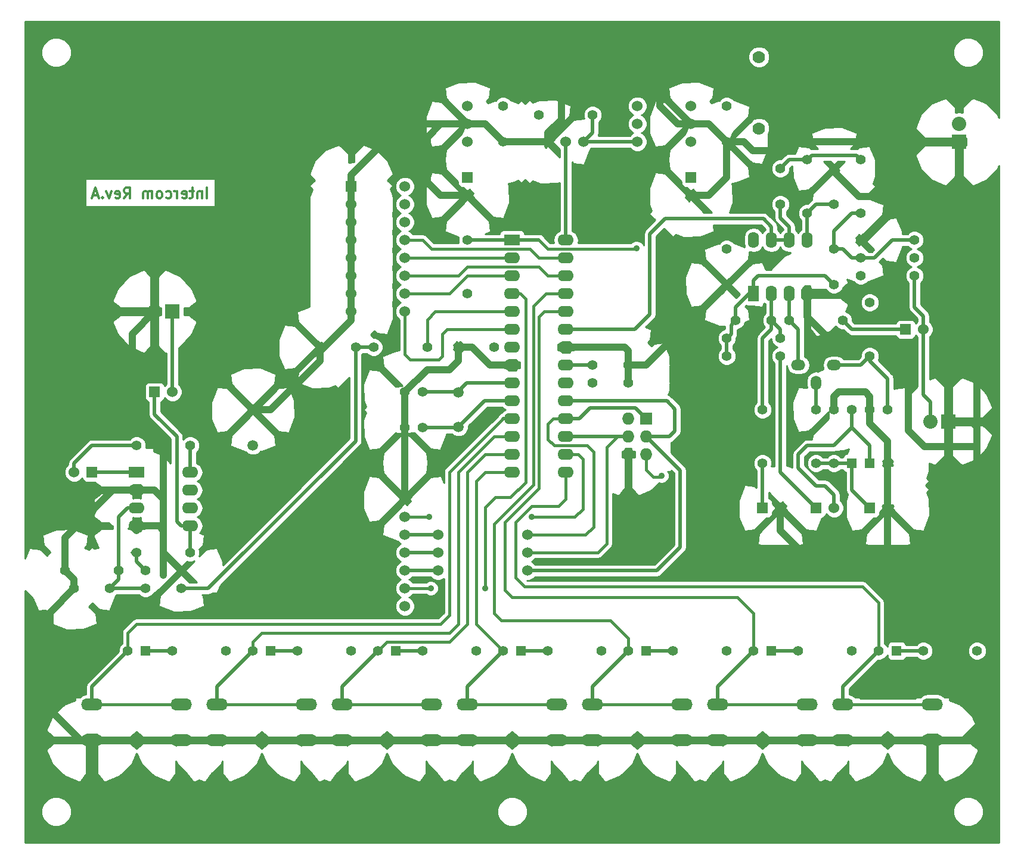
<source format=gbl>
%FSLAX34Y34*%
G04 Gerber Fmt 3.4, Leading zero omitted, Abs format*
G04 (created by PCBNEW (2014-03-19 BZR 4756)-product) date Fri 26 Dec 2014 10:56:14 GMT*
%MOIN*%
G01*
G70*
G90*
G04 APERTURE LIST*
%ADD10C,0.005906*%
%ADD11C,0.011811*%
%ADD12C,0.060000*%
%ADD13O,0.059100X0.078700*%
%ADD14O,0.078700X0.059100*%
%ADD15R,0.060000X0.060000*%
%ADD16R,0.055000X0.055000*%
%ADD17C,0.055000*%
%ADD18O,0.090000X0.062000*%
%ADD19R,0.090000X0.062000*%
%ADD20C,0.070000*%
%ADD21O,0.120000X0.068000*%
%ADD22R,0.062000X0.090000*%
%ADD23O,0.062000X0.090000*%
%ADD24C,0.059100*%
%ADD25R,0.080000X0.080000*%
%ADD26O,0.080000X0.080000*%
%ADD27R,0.068000X0.068000*%
%ADD28O,0.068000X0.068000*%
%ADD29C,0.035000*%
%ADD30C,0.020000*%
%ADD31C,0.040000*%
%ADD32C,0.015000*%
%ADD33C,0.010000*%
G04 APERTURE END LIST*
G54D10*
G54D11*
X40427Y-26167D02*
X40427Y-25576D01*
X40146Y-25773D02*
X40146Y-26167D01*
X40146Y-25829D02*
X40118Y-25801D01*
X40062Y-25773D01*
X39977Y-25773D01*
X39921Y-25801D01*
X39893Y-25857D01*
X39893Y-26167D01*
X39696Y-25773D02*
X39471Y-25773D01*
X39612Y-25576D02*
X39612Y-26082D01*
X39584Y-26139D01*
X39527Y-26167D01*
X39471Y-26167D01*
X39049Y-26139D02*
X39106Y-26167D01*
X39218Y-26167D01*
X39274Y-26139D01*
X39302Y-26082D01*
X39302Y-25857D01*
X39274Y-25801D01*
X39218Y-25773D01*
X39106Y-25773D01*
X39049Y-25801D01*
X39021Y-25857D01*
X39021Y-25914D01*
X39302Y-25970D01*
X38768Y-26167D02*
X38768Y-25773D01*
X38768Y-25885D02*
X38740Y-25829D01*
X38712Y-25801D01*
X38656Y-25773D01*
X38599Y-25773D01*
X38149Y-26139D02*
X38206Y-26167D01*
X38318Y-26167D01*
X38374Y-26139D01*
X38402Y-26110D01*
X38431Y-26054D01*
X38431Y-25885D01*
X38402Y-25829D01*
X38374Y-25801D01*
X38318Y-25773D01*
X38206Y-25773D01*
X38149Y-25801D01*
X37812Y-26167D02*
X37868Y-26139D01*
X37896Y-26110D01*
X37924Y-26054D01*
X37924Y-25885D01*
X37896Y-25829D01*
X37868Y-25801D01*
X37812Y-25773D01*
X37728Y-25773D01*
X37671Y-25801D01*
X37643Y-25829D01*
X37615Y-25885D01*
X37615Y-26054D01*
X37643Y-26110D01*
X37671Y-26139D01*
X37728Y-26167D01*
X37812Y-26167D01*
X37362Y-26167D02*
X37362Y-25773D01*
X37362Y-25829D02*
X37334Y-25801D01*
X37278Y-25773D01*
X37193Y-25773D01*
X37137Y-25801D01*
X37109Y-25857D01*
X37109Y-26167D01*
X37109Y-25857D02*
X37081Y-25801D01*
X37025Y-25773D01*
X36940Y-25773D01*
X36884Y-25801D01*
X36856Y-25857D01*
X36856Y-26167D01*
X35787Y-26167D02*
X35984Y-25885D01*
X36125Y-26167D02*
X36125Y-25576D01*
X35900Y-25576D01*
X35843Y-25604D01*
X35815Y-25632D01*
X35787Y-25689D01*
X35787Y-25773D01*
X35815Y-25829D01*
X35843Y-25857D01*
X35900Y-25885D01*
X36125Y-25885D01*
X35309Y-26139D02*
X35365Y-26167D01*
X35478Y-26167D01*
X35534Y-26139D01*
X35562Y-26082D01*
X35562Y-25857D01*
X35534Y-25801D01*
X35478Y-25773D01*
X35365Y-25773D01*
X35309Y-25801D01*
X35281Y-25857D01*
X35281Y-25914D01*
X35562Y-25970D01*
X35084Y-25773D02*
X34944Y-26167D01*
X34803Y-25773D01*
X34578Y-26110D02*
X34550Y-26139D01*
X34578Y-26167D01*
X34606Y-26139D01*
X34578Y-26110D01*
X34578Y-26167D01*
X34325Y-25998D02*
X34044Y-25998D01*
X34381Y-26167D02*
X34184Y-25576D01*
X33987Y-26167D01*
G54D12*
X51500Y-49000D03*
X51500Y-48000D03*
X51500Y-47000D03*
X51500Y-46000D03*
X51500Y-45000D03*
X51500Y-44000D03*
X51500Y-43000D03*
X55000Y-22000D03*
X55000Y-21000D03*
X55000Y-23000D03*
X67500Y-22000D03*
X67500Y-21000D03*
X67500Y-23000D03*
X64500Y-22000D03*
X64500Y-21000D03*
X64500Y-23000D03*
X60500Y-23000D03*
X59500Y-23000D03*
X61500Y-23000D03*
G54D13*
X74500Y-36500D03*
G54D14*
X75500Y-35500D03*
X73500Y-35500D03*
G54D15*
X79500Y-33500D03*
G54D12*
X80500Y-33500D03*
G54D15*
X77500Y-43500D03*
G54D12*
X78500Y-43500D03*
G54D15*
X71500Y-43500D03*
G54D12*
X72500Y-43500D03*
G54D15*
X34000Y-41500D03*
G54D12*
X33000Y-41500D03*
G54D15*
X74500Y-43500D03*
G54D12*
X75500Y-43500D03*
G54D15*
X37500Y-37000D03*
G54D12*
X38500Y-37000D03*
G54D15*
X55000Y-25000D03*
G54D12*
X55000Y-26000D03*
G54D15*
X67500Y-25000D03*
G54D12*
X67500Y-26000D03*
G54D16*
X76500Y-41000D03*
G54D17*
X76500Y-38000D03*
G54D16*
X77500Y-41000D03*
G54D17*
X77500Y-38000D03*
G54D16*
X72000Y-51500D03*
G54D17*
X71000Y-51500D03*
G54D16*
X79000Y-51500D03*
G54D17*
X78000Y-51500D03*
G54D16*
X58000Y-51500D03*
G54D17*
X57000Y-51500D03*
G54D18*
X57500Y-29500D03*
X57500Y-30500D03*
X57500Y-31500D03*
X57500Y-32500D03*
X57500Y-33500D03*
X57500Y-34500D03*
X57500Y-35500D03*
X57500Y-36500D03*
X57500Y-37500D03*
X57500Y-38500D03*
X57500Y-39500D03*
X57500Y-40500D03*
X57500Y-41500D03*
G54D19*
X57500Y-28500D03*
G54D18*
X60500Y-41500D03*
X60500Y-40500D03*
X60500Y-39500D03*
X60500Y-38500D03*
X60500Y-37500D03*
X60500Y-36500D03*
X60500Y-35500D03*
X60500Y-34500D03*
X60500Y-33500D03*
X60500Y-32500D03*
X60500Y-31500D03*
X60500Y-30500D03*
X60500Y-29500D03*
X60500Y-28500D03*
G54D20*
X71300Y-22250D03*
X71300Y-18250D03*
G54D17*
X77000Y-30500D03*
X80000Y-30500D03*
X49750Y-34500D03*
X52750Y-34500D03*
X77500Y-32000D03*
X77500Y-35000D03*
X78500Y-38000D03*
X78500Y-41000D03*
X35500Y-47000D03*
X32500Y-47000D03*
X73000Y-33000D03*
X76000Y-33000D03*
X74500Y-38000D03*
X74500Y-41000D03*
X66500Y-51500D03*
X69500Y-51500D03*
X75500Y-41000D03*
X75500Y-38000D03*
X39500Y-40000D03*
X36500Y-40000D03*
X71500Y-38000D03*
X71500Y-41000D03*
X39500Y-46000D03*
X36500Y-46000D03*
X69500Y-34000D03*
X72500Y-34000D03*
X69500Y-35000D03*
X72500Y-35000D03*
X77000Y-29500D03*
X80000Y-29500D03*
X77000Y-28500D03*
X80000Y-28500D03*
X77000Y-24000D03*
X77000Y-27000D03*
X74000Y-27000D03*
X74000Y-24000D03*
X59000Y-21500D03*
X62000Y-21500D03*
X55000Y-28500D03*
X55000Y-31500D03*
X73500Y-51500D03*
X76500Y-51500D03*
X80500Y-51500D03*
X83500Y-51500D03*
X59500Y-51500D03*
X62500Y-51500D03*
G54D21*
X74000Y-54500D03*
X74000Y-56500D03*
X69000Y-54500D03*
X69000Y-56500D03*
X81000Y-54500D03*
X81000Y-56500D03*
X76000Y-54500D03*
X76000Y-56500D03*
X60000Y-54500D03*
X60000Y-56500D03*
X55000Y-54500D03*
X55000Y-56500D03*
G54D19*
X36500Y-41500D03*
G54D18*
X36500Y-42500D03*
X36500Y-43500D03*
X36500Y-44500D03*
X39500Y-44500D03*
X39500Y-43500D03*
X39500Y-42500D03*
X39500Y-41500D03*
G54D22*
X71000Y-31500D03*
G54D23*
X72000Y-31500D03*
X73000Y-31500D03*
X74000Y-31500D03*
X74000Y-28500D03*
X73000Y-28500D03*
X72000Y-28500D03*
X71000Y-28500D03*
G54D24*
X54500Y-37039D03*
X54500Y-38961D03*
G54D16*
X65000Y-51500D03*
G54D17*
X64000Y-51500D03*
G54D25*
X81900Y-38650D03*
G54D26*
X80900Y-38650D03*
G54D25*
X38500Y-32500D03*
G54D26*
X37500Y-32500D03*
G54D25*
X82500Y-23000D03*
G54D26*
X82500Y-22000D03*
G54D27*
X65000Y-38500D03*
G54D28*
X64000Y-38500D03*
X65000Y-39500D03*
X64000Y-39500D03*
X65000Y-40500D03*
X64000Y-40500D03*
G54D21*
X67000Y-54500D03*
X67000Y-56500D03*
X62000Y-54500D03*
X62000Y-56500D03*
G54D17*
X48750Y-34500D03*
X46750Y-34500D03*
X37000Y-48000D03*
X39000Y-48000D03*
X35000Y-48000D03*
X33000Y-48000D03*
G54D24*
X43000Y-38000D03*
X43000Y-40000D03*
G54D17*
X37000Y-47000D03*
X39000Y-47000D03*
X69500Y-31000D03*
X69500Y-29000D03*
X70000Y-33000D03*
X72000Y-33000D03*
X75500Y-29000D03*
X75500Y-31000D03*
X72500Y-26500D03*
X72500Y-24500D03*
X75500Y-24500D03*
X75500Y-26500D03*
X57000Y-21000D03*
X57000Y-23000D03*
X69500Y-21000D03*
X69500Y-23000D03*
X56500Y-34500D03*
X54500Y-34500D03*
X62000Y-36500D03*
X64000Y-36500D03*
X62000Y-35500D03*
X64000Y-35500D03*
X52500Y-37000D03*
X51500Y-37000D03*
X52500Y-39000D03*
X51500Y-39000D03*
G54D16*
X51000Y-51500D03*
G54D17*
X50000Y-51500D03*
G54D16*
X44000Y-51500D03*
G54D17*
X43000Y-51500D03*
G54D16*
X37000Y-51500D03*
G54D17*
X36000Y-51500D03*
X52500Y-51500D03*
X55500Y-51500D03*
X45500Y-51500D03*
X48500Y-51500D03*
X38500Y-51500D03*
X41500Y-51500D03*
G54D21*
X53000Y-54500D03*
X53000Y-56500D03*
X48000Y-54500D03*
X48000Y-56500D03*
X46000Y-54500D03*
X46000Y-56500D03*
X41000Y-54500D03*
X41000Y-56500D03*
X39000Y-54500D03*
X39000Y-56500D03*
X34000Y-54500D03*
X34000Y-56500D03*
G54D15*
X48500Y-25500D03*
G54D12*
X48500Y-26500D03*
X48500Y-27500D03*
X48500Y-28500D03*
X48500Y-29500D03*
X48500Y-30500D03*
X48500Y-31500D03*
X48500Y-32500D03*
X51500Y-32500D03*
X51500Y-31500D03*
X51500Y-30500D03*
X51500Y-29500D03*
X51500Y-28500D03*
X51500Y-27500D03*
X51500Y-26500D03*
X51500Y-25500D03*
X53350Y-46000D03*
X58350Y-46000D03*
X53350Y-45000D03*
X58350Y-45000D03*
X53350Y-47000D03*
X58350Y-47000D03*
G54D20*
X64100Y-45750D03*
X68550Y-45700D03*
G54D29*
X52950Y-48000D03*
X56000Y-48000D03*
X65850Y-41700D03*
X64450Y-28950D03*
X58600Y-44000D03*
X52850Y-44000D03*
G54D30*
X79500Y-33500D02*
X76500Y-33500D01*
X76500Y-33500D02*
X76000Y-33000D01*
X80500Y-33500D02*
X80500Y-37150D01*
X80900Y-37550D02*
X80900Y-38650D01*
X80500Y-37150D02*
X80900Y-37550D01*
X80000Y-30500D02*
X80000Y-32250D01*
X80500Y-32750D02*
X80500Y-33500D01*
X80000Y-32250D02*
X80500Y-32750D01*
X39000Y-48000D02*
X40500Y-48000D01*
X48750Y-39750D02*
X48750Y-34500D01*
X40500Y-48000D02*
X48750Y-39750D01*
X48750Y-36000D02*
X48750Y-34500D01*
X48750Y-34500D02*
X49750Y-34500D01*
G54D31*
X74000Y-31500D02*
X74000Y-32800D01*
X80550Y-40050D02*
X83500Y-40050D01*
X79650Y-39150D02*
X80550Y-40050D01*
X79650Y-35800D02*
X79650Y-39150D01*
X78000Y-34150D02*
X79650Y-35800D01*
X75350Y-34150D02*
X78000Y-34150D01*
X74000Y-32800D02*
X75350Y-34150D01*
X81900Y-38650D02*
X83200Y-38650D01*
X83200Y-38650D02*
X83500Y-38950D01*
X32500Y-47000D02*
X32500Y-45150D01*
X35150Y-42500D02*
X36500Y-42500D01*
X32500Y-45150D02*
X35150Y-42500D01*
X33000Y-48000D02*
X33000Y-47500D01*
X33000Y-47500D02*
X32500Y-47000D01*
X34000Y-56500D02*
X33350Y-56500D01*
X31650Y-49350D02*
X33000Y-48000D01*
X31650Y-54800D02*
X31650Y-49350D01*
X33350Y-56500D02*
X31650Y-54800D01*
X74000Y-56500D02*
X34000Y-56500D01*
X76000Y-56500D02*
X74000Y-56500D01*
X81000Y-56500D02*
X76000Y-56500D01*
X83500Y-45000D02*
X83500Y-48500D01*
X82750Y-56500D02*
X81000Y-56500D01*
X84500Y-54750D02*
X82750Y-56500D01*
X84500Y-49500D02*
X84500Y-54750D01*
X83500Y-48500D02*
X84500Y-49500D01*
X43000Y-38000D02*
X44000Y-38000D01*
X46750Y-35250D02*
X46750Y-34500D01*
X44000Y-38000D02*
X46750Y-35250D01*
X46750Y-34500D02*
X47000Y-34500D01*
X47000Y-34500D02*
X48500Y-33000D01*
X48500Y-33000D02*
X48500Y-32500D01*
X39000Y-47000D02*
X38000Y-46000D01*
G54D32*
X34000Y-56500D02*
X39000Y-56500D01*
G54D31*
X57500Y-35500D02*
X56700Y-35500D01*
X60500Y-34500D02*
X61650Y-34500D01*
X69500Y-23000D02*
X70450Y-23000D01*
X72900Y-23000D02*
X82500Y-23000D01*
X72400Y-23500D02*
X72900Y-23000D01*
X70950Y-23500D02*
X72400Y-23500D01*
X70450Y-23000D02*
X70950Y-23500D01*
X68550Y-45700D02*
X68550Y-36450D01*
X68550Y-36450D02*
X66300Y-34200D01*
X64000Y-35500D02*
X65000Y-35500D01*
X65000Y-35500D02*
X66300Y-34200D01*
X66300Y-34200D02*
X69500Y-31000D01*
X77000Y-28500D02*
X77200Y-28500D01*
X77200Y-28500D02*
X79650Y-26050D01*
X75500Y-24500D02*
X75500Y-24650D01*
X75500Y-24650D02*
X76900Y-26050D01*
X76900Y-26050D02*
X79650Y-26050D01*
X79650Y-26050D02*
X82500Y-26050D01*
X82500Y-23000D02*
X82500Y-26050D01*
X82500Y-26050D02*
X82500Y-32500D01*
X73500Y-45750D02*
X68600Y-45750D01*
X64000Y-45650D02*
X64000Y-40500D01*
X64100Y-45750D02*
X64000Y-45650D01*
X68600Y-45750D02*
X68550Y-45700D01*
X61650Y-34500D02*
X63800Y-34500D01*
X64000Y-34700D02*
X64000Y-35500D01*
X63800Y-34500D02*
X64000Y-34700D01*
X55000Y-22000D02*
X54450Y-22000D01*
X55000Y-26000D02*
X54500Y-26000D01*
X48500Y-25500D02*
X48500Y-24850D01*
X48500Y-24850D02*
X51350Y-22000D01*
X51350Y-22000D02*
X54450Y-22000D01*
X51500Y-39000D02*
X51500Y-43000D01*
G54D32*
X39000Y-56500D02*
X41000Y-56500D01*
X41000Y-56500D02*
X46000Y-56500D01*
X46000Y-56500D02*
X48000Y-56500D01*
X48000Y-56500D02*
X53000Y-56500D01*
X53000Y-56500D02*
X55000Y-56500D01*
X55000Y-56500D02*
X60000Y-56500D01*
X60000Y-56500D02*
X62000Y-56500D01*
X62000Y-56500D02*
X67000Y-56500D01*
X67000Y-56500D02*
X69000Y-56500D01*
X69000Y-56500D02*
X74000Y-56500D01*
G54D31*
X38000Y-45000D02*
X38000Y-46000D01*
X38000Y-46000D02*
X38000Y-47250D01*
X48500Y-32750D02*
X48500Y-31500D01*
X48500Y-31500D02*
X48500Y-30500D01*
X48500Y-30500D02*
X48500Y-29500D01*
X48500Y-29500D02*
X48500Y-28500D01*
X48500Y-28500D02*
X48500Y-27500D01*
X48500Y-27500D02*
X48500Y-26500D01*
X48500Y-26500D02*
X48500Y-25500D01*
X51500Y-39000D02*
X51500Y-37000D01*
X51500Y-37000D02*
X52750Y-35750D01*
X54500Y-35250D02*
X54500Y-34500D01*
X54000Y-35750D02*
X54500Y-35250D01*
X52750Y-35750D02*
X54000Y-35750D01*
X54500Y-34500D02*
X55250Y-34500D01*
X56250Y-35500D02*
X56700Y-35500D01*
X55250Y-34500D02*
X56250Y-35500D01*
X67500Y-22000D02*
X68000Y-22000D01*
X67500Y-26000D02*
X68000Y-26000D01*
X68000Y-26000D02*
X68500Y-26000D01*
X69500Y-25000D02*
X69500Y-23000D01*
X68500Y-26000D02*
X69500Y-25000D01*
X69500Y-23000D02*
X68500Y-22000D01*
X59500Y-22500D02*
X59500Y-23000D01*
X60250Y-21750D02*
X59500Y-22500D01*
X60250Y-20500D02*
X60250Y-21750D01*
X61250Y-19500D02*
X60250Y-20500D01*
X65000Y-19500D02*
X61250Y-19500D01*
X65750Y-20250D02*
X65000Y-19500D01*
X65750Y-21000D02*
X65750Y-20250D01*
X66750Y-22000D02*
X65750Y-21000D01*
X68500Y-22000D02*
X68000Y-22000D01*
X68000Y-22000D02*
X66750Y-22000D01*
X78500Y-41000D02*
X78500Y-43500D01*
X75500Y-38000D02*
X75500Y-37250D01*
X77500Y-37250D02*
X77500Y-38000D01*
X77250Y-37000D02*
X77500Y-37250D01*
X75750Y-37000D02*
X77250Y-37000D01*
X75500Y-37250D02*
X75750Y-37000D01*
X77500Y-38000D02*
X77500Y-38750D01*
X77500Y-38750D02*
X78500Y-39750D01*
X78500Y-39750D02*
X78500Y-41000D01*
X55000Y-22000D02*
X55500Y-22000D01*
X36500Y-44500D02*
X36500Y-44750D01*
X38000Y-43000D02*
X38000Y-40000D01*
X36250Y-33750D02*
X37500Y-32500D01*
X36250Y-38250D02*
X36250Y-33750D01*
X38000Y-40000D02*
X36250Y-38250D01*
X38000Y-45000D02*
X38000Y-43000D01*
X37500Y-42500D02*
X36500Y-42500D01*
X38000Y-43000D02*
X37500Y-42500D01*
X38000Y-45000D02*
X38000Y-44750D01*
X38000Y-44750D02*
X37750Y-44500D01*
X37750Y-44500D02*
X36500Y-44500D01*
X59500Y-23000D02*
X57000Y-23000D01*
X57000Y-23000D02*
X56000Y-22000D01*
X56000Y-22000D02*
X55500Y-22000D01*
X55500Y-22000D02*
X53500Y-22000D01*
X53500Y-26000D02*
X54500Y-26000D01*
X52750Y-25250D02*
X53500Y-26000D01*
X52750Y-22750D02*
X52750Y-25250D01*
X53500Y-22000D02*
X52750Y-22750D01*
X64000Y-35500D02*
X64000Y-36500D01*
X78500Y-43500D02*
X78500Y-45750D01*
X72500Y-43500D02*
X72500Y-44750D01*
X72500Y-44750D02*
X73500Y-45750D01*
X73500Y-45750D02*
X74000Y-45750D01*
X74000Y-45750D02*
X78500Y-45750D01*
X78500Y-45750D02*
X82750Y-45750D01*
X82750Y-45750D02*
X83500Y-45000D01*
X83500Y-45000D02*
X83500Y-44700D01*
X83500Y-44700D02*
X83500Y-41000D01*
X83500Y-41000D02*
X83500Y-40050D01*
X83500Y-40050D02*
X83500Y-38950D01*
X83500Y-38950D02*
X83500Y-35250D01*
X83500Y-35250D02*
X83500Y-32500D01*
X83500Y-32500D02*
X82500Y-32500D01*
G54D30*
X35000Y-48000D02*
X35500Y-47500D01*
X35500Y-47500D02*
X35500Y-47000D01*
X36500Y-43500D02*
X36000Y-43500D01*
X35500Y-44000D02*
X35500Y-47500D01*
X36000Y-43500D02*
X35500Y-44000D01*
X35000Y-48000D02*
X37000Y-48000D01*
X76500Y-41000D02*
X76500Y-42500D01*
X76500Y-42500D02*
X77500Y-43500D01*
X76500Y-41000D02*
X75500Y-41000D01*
X75500Y-41000D02*
X74500Y-41000D01*
X71500Y-41000D02*
X71500Y-43500D01*
X36500Y-41500D02*
X34000Y-41500D01*
X33000Y-41500D02*
X33000Y-41000D01*
X34000Y-40000D02*
X36500Y-40000D01*
X33000Y-41000D02*
X34000Y-40000D01*
X36500Y-46000D02*
X36500Y-46500D01*
X36500Y-46500D02*
X37000Y-47000D01*
X36500Y-46000D02*
X36250Y-46000D01*
X72500Y-35000D02*
X72500Y-41500D01*
X72500Y-41500D02*
X74500Y-43500D01*
X76500Y-38000D02*
X76500Y-39000D01*
X76500Y-39000D02*
X75500Y-40000D01*
X75500Y-42750D02*
X75500Y-43500D01*
X75000Y-42250D02*
X75500Y-42750D01*
X74500Y-42250D02*
X75000Y-42250D01*
X73500Y-41250D02*
X74500Y-42250D01*
X73500Y-40500D02*
X73500Y-41250D01*
X74000Y-40000D02*
X73500Y-40500D01*
X75500Y-40000D02*
X74000Y-40000D01*
X77500Y-40000D02*
X77500Y-41000D01*
X76500Y-39000D02*
X77500Y-40000D01*
X75500Y-31000D02*
X75000Y-30500D01*
X71000Y-30750D02*
X71000Y-31500D01*
X71250Y-30500D02*
X71000Y-30750D01*
X75000Y-30500D02*
X71250Y-30500D01*
X71000Y-31500D02*
X70750Y-31500D01*
X70750Y-31500D02*
X70000Y-32250D01*
X70000Y-32250D02*
X70000Y-33000D01*
X70000Y-33000D02*
X69750Y-33250D01*
X69750Y-33250D02*
X69750Y-33750D01*
X69750Y-33750D02*
X69500Y-34000D01*
X69500Y-34000D02*
X69500Y-35000D01*
X72000Y-33000D02*
X72000Y-33500D01*
X71500Y-34000D02*
X71500Y-38000D01*
X72000Y-33500D02*
X71500Y-34000D01*
X72000Y-31500D02*
X72000Y-33000D01*
X72000Y-33000D02*
X72500Y-33500D01*
X72500Y-33500D02*
X72500Y-34000D01*
X39500Y-44500D02*
X39500Y-46000D01*
X37500Y-37000D02*
X37500Y-38250D01*
X39000Y-44500D02*
X39500Y-44500D01*
X38750Y-44250D02*
X39000Y-44500D01*
X38750Y-39500D02*
X38750Y-44250D01*
X37500Y-38250D02*
X38750Y-39500D01*
X38500Y-32500D02*
X38500Y-37000D01*
X77000Y-27000D02*
X76500Y-27000D01*
X75500Y-28000D02*
X75500Y-29000D01*
X76500Y-27000D02*
X75500Y-28000D01*
X75500Y-29000D02*
X76000Y-29000D01*
X76500Y-29500D02*
X77000Y-29500D01*
X76000Y-29000D02*
X76500Y-29500D01*
X77000Y-29500D02*
X77750Y-29500D01*
X78750Y-28500D02*
X80000Y-28500D01*
X77750Y-29500D02*
X78750Y-28500D01*
X72000Y-28500D02*
X72000Y-27750D01*
X64350Y-33500D02*
X60500Y-33500D01*
X65200Y-32650D02*
X64350Y-33500D01*
X65200Y-28150D02*
X65200Y-32650D01*
X66050Y-27300D02*
X65200Y-28150D01*
X71550Y-27300D02*
X66050Y-27300D01*
X72000Y-27750D02*
X71550Y-27300D01*
X73000Y-28500D02*
X72000Y-28500D01*
X72500Y-26500D02*
X72500Y-27250D01*
X73000Y-27750D02*
X73000Y-28500D01*
X72500Y-27250D02*
X73000Y-27750D01*
X72500Y-24500D02*
X73000Y-24000D01*
X73000Y-24000D02*
X74000Y-24000D01*
X74000Y-24000D02*
X74250Y-23750D01*
X74250Y-23750D02*
X76750Y-23750D01*
X76750Y-23750D02*
X77000Y-24000D01*
X74000Y-28500D02*
X74000Y-27000D01*
X74000Y-27000D02*
X74500Y-26500D01*
X74500Y-26500D02*
X75500Y-26500D01*
X60500Y-35500D02*
X62000Y-35500D01*
X52500Y-37000D02*
X54461Y-37000D01*
X54461Y-37000D02*
X54961Y-36500D01*
X54961Y-36500D02*
X57500Y-36500D01*
X52500Y-39000D02*
X54461Y-39000D01*
X54461Y-39000D02*
X55961Y-37500D01*
X55961Y-37500D02*
X57500Y-37500D01*
X72000Y-51500D02*
X73500Y-51500D01*
X48000Y-54500D02*
X48000Y-53500D01*
X48000Y-53500D02*
X50000Y-51500D01*
G54D32*
X57500Y-40500D02*
X56000Y-40500D01*
X50500Y-51000D02*
X50000Y-51500D01*
X54000Y-51000D02*
X50500Y-51000D01*
X55000Y-50000D02*
X54000Y-51000D01*
X55000Y-41500D02*
X55000Y-50000D01*
X56000Y-40500D02*
X55000Y-41500D01*
X48000Y-54500D02*
X53000Y-54500D01*
G54D30*
X79000Y-51500D02*
X80500Y-51500D01*
X41000Y-54500D02*
X41000Y-53500D01*
X41000Y-53500D02*
X43000Y-51500D01*
G54D32*
X57500Y-39500D02*
X56500Y-39500D01*
X43000Y-51000D02*
X43000Y-51500D01*
X43500Y-50500D02*
X43000Y-51000D01*
X54000Y-50500D02*
X43500Y-50500D01*
X54500Y-50000D02*
X54000Y-50500D01*
X54500Y-41500D02*
X54500Y-50000D01*
X56500Y-39500D02*
X54500Y-41500D01*
X41000Y-54500D02*
X46000Y-54500D01*
G54D30*
X58000Y-51500D02*
X59500Y-51500D01*
X34000Y-54500D02*
X34000Y-53500D01*
X34000Y-53500D02*
X36000Y-51500D01*
X57500Y-38500D02*
X57000Y-38500D01*
G54D32*
X57000Y-38500D02*
X54000Y-41500D01*
X54000Y-41500D02*
X54000Y-49500D01*
X54000Y-49500D02*
X53500Y-50000D01*
X53500Y-50000D02*
X36500Y-50000D01*
X36500Y-50000D02*
X36000Y-50500D01*
X36000Y-50500D02*
X36000Y-51500D01*
X34000Y-54500D02*
X39000Y-54500D01*
X57500Y-33500D02*
X53850Y-33500D01*
X51500Y-34900D02*
X51500Y-32500D01*
X51800Y-35200D02*
X51500Y-34900D01*
X53400Y-35200D02*
X51800Y-35200D01*
X53600Y-35000D02*
X53400Y-35200D01*
X53600Y-33750D02*
X53600Y-35000D01*
X53850Y-33500D02*
X53600Y-33750D01*
X51500Y-31500D02*
X54000Y-31500D01*
X55000Y-30500D02*
X57500Y-30500D01*
X54000Y-31500D02*
X55000Y-30500D01*
X57500Y-31500D02*
X57950Y-31500D01*
X52950Y-48000D02*
X51500Y-48000D01*
X56000Y-43450D02*
X56000Y-48000D01*
X56550Y-42900D02*
X56000Y-43450D01*
X57400Y-42900D02*
X56550Y-42900D01*
X58250Y-42050D02*
X57400Y-42900D01*
X58250Y-31800D02*
X58250Y-42050D01*
X57950Y-31500D02*
X58250Y-31800D01*
X57500Y-32500D02*
X53200Y-32500D01*
X52750Y-32950D02*
X52750Y-34500D01*
X53200Y-32500D02*
X52750Y-32950D01*
G54D30*
X60500Y-28500D02*
X60500Y-23000D01*
G54D32*
X51500Y-29500D02*
X57500Y-29500D01*
G54D30*
X57500Y-28500D02*
X59000Y-28500D01*
G54D32*
X65000Y-41350D02*
X65000Y-40500D01*
X65400Y-41750D02*
X65000Y-41350D01*
X65800Y-41750D02*
X65400Y-41750D01*
X65850Y-41700D02*
X65800Y-41750D01*
X64400Y-29000D02*
X64450Y-28950D01*
X59500Y-29000D02*
X64400Y-29000D01*
X59000Y-28500D02*
X59500Y-29000D01*
G54D30*
X55000Y-28500D02*
X57500Y-28500D01*
G54D32*
X60500Y-29500D02*
X59000Y-29500D01*
X52500Y-28500D02*
X51500Y-28500D01*
X53000Y-29000D02*
X52500Y-28500D01*
X58500Y-29000D02*
X53000Y-29000D01*
X59000Y-29500D02*
X58500Y-29000D01*
X51500Y-44000D02*
X52850Y-44000D01*
X61200Y-40500D02*
X60500Y-40500D01*
X61450Y-40750D02*
X61200Y-40500D01*
X61450Y-43550D02*
X61450Y-40750D01*
X61000Y-44000D02*
X61450Y-43550D01*
X58600Y-44000D02*
X61000Y-44000D01*
X58350Y-46000D02*
X62300Y-46000D01*
X62800Y-40100D02*
X63400Y-39500D01*
X62800Y-45500D02*
X62800Y-40100D01*
X62300Y-46000D02*
X62800Y-45500D01*
G54D30*
X60500Y-39500D02*
X63400Y-39500D01*
X63400Y-39500D02*
X64000Y-39500D01*
G54D32*
X60500Y-38500D02*
X59800Y-38500D01*
X61600Y-45000D02*
X58350Y-45000D01*
X62050Y-44550D02*
X61600Y-45000D01*
X62050Y-40350D02*
X62050Y-44550D01*
X61700Y-40000D02*
X62050Y-40350D01*
X59850Y-40000D02*
X61700Y-40000D01*
X59500Y-39650D02*
X59850Y-40000D01*
X59500Y-38800D02*
X59500Y-39650D01*
X59800Y-38500D02*
X59500Y-38800D01*
G54D30*
X60500Y-38500D02*
X61250Y-38500D01*
X64400Y-37900D02*
X65000Y-38500D01*
X61850Y-37900D02*
X64400Y-37900D01*
X61250Y-38500D02*
X61850Y-37900D01*
X65000Y-39500D02*
X66300Y-39500D01*
X66150Y-37500D02*
X60500Y-37500D01*
X66600Y-37950D02*
X66150Y-37500D01*
X66600Y-39200D02*
X66600Y-37950D01*
X66300Y-39500D02*
X66600Y-39200D01*
X58350Y-47000D02*
X65600Y-47000D01*
X66900Y-41400D02*
X65000Y-39500D01*
X66900Y-45700D02*
X66900Y-41400D01*
X65600Y-47000D02*
X66900Y-45700D01*
X77500Y-35000D02*
X77500Y-35250D01*
X77500Y-35250D02*
X78500Y-36250D01*
X78500Y-36250D02*
X78500Y-38000D01*
X75500Y-35500D02*
X77000Y-35500D01*
X77000Y-35500D02*
X77500Y-35000D01*
X73000Y-31500D02*
X73000Y-33000D01*
X73000Y-33000D02*
X73500Y-33500D01*
X73500Y-33500D02*
X73500Y-35500D01*
X74500Y-36500D02*
X74500Y-38000D01*
X39500Y-40000D02*
X39500Y-41500D01*
X62000Y-21500D02*
X62000Y-22500D01*
X62000Y-22500D02*
X61500Y-23000D01*
X61500Y-23000D02*
X64500Y-23000D01*
X51500Y-46000D02*
X53350Y-46000D01*
X51500Y-45000D02*
X53350Y-45000D01*
X51500Y-47000D02*
X53350Y-47000D01*
X65000Y-51500D02*
X66500Y-51500D01*
X55000Y-54500D02*
X55000Y-53500D01*
X55000Y-53500D02*
X57000Y-51500D01*
G54D32*
X57500Y-41500D02*
X56000Y-41500D01*
X55500Y-50000D02*
X57000Y-51500D01*
X55500Y-42000D02*
X55500Y-50000D01*
X56000Y-41500D02*
X55500Y-42000D01*
X55000Y-54500D02*
X60000Y-54500D01*
G54D30*
X69000Y-54500D02*
X69000Y-53500D01*
X69000Y-53500D02*
X71000Y-51500D01*
G54D32*
X60500Y-32500D02*
X59300Y-32500D01*
X59300Y-32500D02*
X59000Y-32800D01*
X59000Y-32800D02*
X59000Y-42400D01*
X59000Y-42400D02*
X57100Y-44300D01*
X57100Y-44300D02*
X57100Y-48100D01*
X57100Y-48100D02*
X57500Y-48500D01*
X57500Y-48500D02*
X70100Y-48500D01*
X70100Y-48500D02*
X71000Y-49400D01*
X71000Y-49400D02*
X71000Y-51500D01*
X69000Y-54500D02*
X74000Y-54500D01*
G54D30*
X76000Y-54500D02*
X76000Y-53500D01*
X76000Y-53500D02*
X78000Y-51500D01*
G54D32*
X60500Y-41500D02*
X60500Y-43000D01*
X60500Y-43000D02*
X60100Y-43400D01*
X60100Y-43400D02*
X58600Y-43400D01*
X58600Y-43400D02*
X57700Y-44300D01*
X57700Y-44300D02*
X57700Y-47400D01*
X57700Y-47400D02*
X58200Y-47900D01*
X58200Y-47900D02*
X77100Y-47900D01*
X77100Y-47900D02*
X78000Y-48800D01*
X78000Y-48800D02*
X78000Y-51500D01*
X60500Y-41500D02*
X60450Y-41500D01*
X81000Y-54500D02*
X76000Y-54500D01*
G54D30*
X62000Y-54500D02*
X62000Y-53500D01*
X62000Y-53500D02*
X64000Y-51500D01*
G54D32*
X60500Y-31500D02*
X59400Y-31500D01*
X59400Y-31500D02*
X58700Y-32200D01*
X58700Y-32200D02*
X58700Y-42200D01*
X58700Y-42200D02*
X57400Y-43500D01*
X57400Y-43500D02*
X56500Y-44400D01*
X56500Y-44400D02*
X56500Y-47600D01*
X56500Y-47600D02*
X56500Y-49400D01*
X56500Y-49400D02*
X56900Y-49800D01*
X56900Y-49800D02*
X63000Y-49800D01*
X63000Y-49800D02*
X64000Y-50800D01*
X64000Y-50800D02*
X64000Y-51500D01*
X62000Y-54500D02*
X67000Y-54500D01*
X51500Y-30500D02*
X54500Y-30500D01*
X59500Y-30500D02*
X60500Y-30500D01*
X59000Y-30000D02*
X59500Y-30500D01*
X55000Y-30000D02*
X59000Y-30000D01*
X54500Y-30500D02*
X55000Y-30000D01*
G54D30*
X51000Y-51500D02*
X52500Y-51500D01*
X44000Y-51500D02*
X45500Y-51500D01*
X37000Y-51500D02*
X38500Y-51500D01*
G54D10*
G36*
X36950Y-42368D02*
X36726Y-42655D01*
X36725Y-42655D01*
X36725Y-42656D01*
X36725Y-42954D01*
X36653Y-42940D01*
X36346Y-42940D01*
X36275Y-42954D01*
X36275Y-42656D01*
X36275Y-42655D01*
X36273Y-42655D01*
X36031Y-42345D01*
X36275Y-42345D01*
X36275Y-42190D01*
X36725Y-42190D01*
X36725Y-42345D01*
X36950Y-42345D01*
X36950Y-42368D01*
X36950Y-42368D01*
G37*
G54D33*
X36950Y-42368D02*
X36726Y-42655D01*
X36725Y-42655D01*
X36725Y-42656D01*
X36725Y-42954D01*
X36653Y-42940D01*
X36346Y-42940D01*
X36275Y-42954D01*
X36275Y-42656D01*
X36275Y-42655D01*
X36273Y-42655D01*
X36031Y-42345D01*
X36275Y-42345D01*
X36275Y-42190D01*
X36725Y-42190D01*
X36725Y-42345D01*
X36950Y-42345D01*
X36950Y-42368D01*
G54D10*
G36*
X36950Y-44655D02*
X36725Y-44655D01*
X36725Y-44810D01*
X36275Y-44810D01*
X36275Y-44655D01*
X36031Y-44655D01*
X36273Y-44345D01*
X36275Y-44345D01*
X36275Y-44343D01*
X36275Y-44045D01*
X36346Y-44060D01*
X36653Y-44060D01*
X36725Y-44045D01*
X36725Y-44343D01*
X36725Y-44345D01*
X36726Y-44345D01*
X36950Y-44631D01*
X36950Y-44655D01*
X36950Y-44655D01*
G37*
G54D33*
X36950Y-44655D02*
X36725Y-44655D01*
X36725Y-44810D01*
X36275Y-44810D01*
X36275Y-44655D01*
X36031Y-44655D01*
X36273Y-44345D01*
X36275Y-44345D01*
X36275Y-44343D01*
X36275Y-44045D01*
X36346Y-44060D01*
X36653Y-44060D01*
X36725Y-44045D01*
X36725Y-44343D01*
X36725Y-44345D01*
X36726Y-44345D01*
X36950Y-44631D01*
X36950Y-44655D01*
G54D10*
G36*
X54791Y-34597D02*
X54597Y-34791D01*
X54500Y-34694D01*
X54402Y-34791D01*
X54208Y-34597D01*
X54305Y-34500D01*
X54208Y-34402D01*
X54402Y-34208D01*
X54500Y-34305D01*
X54597Y-34208D01*
X54791Y-34402D01*
X54694Y-34500D01*
X54791Y-34597D01*
X54791Y-34597D01*
G37*
G54D33*
X54791Y-34597D02*
X54597Y-34791D01*
X54500Y-34694D01*
X54402Y-34791D01*
X54208Y-34597D01*
X54305Y-34500D01*
X54208Y-34402D01*
X54402Y-34208D01*
X54500Y-34305D01*
X54597Y-34208D01*
X54791Y-34402D01*
X54694Y-34500D01*
X54791Y-34597D01*
G54D10*
G36*
X57925Y-35655D02*
X57725Y-35655D01*
X57725Y-35810D01*
X57275Y-35810D01*
X57275Y-35655D01*
X57050Y-35655D01*
X57050Y-35345D01*
X57275Y-35345D01*
X57275Y-35190D01*
X57725Y-35190D01*
X57725Y-35345D01*
X57925Y-35345D01*
X57925Y-35655D01*
X57925Y-35655D01*
G37*
G54D33*
X57925Y-35655D02*
X57725Y-35655D01*
X57725Y-35810D01*
X57275Y-35810D01*
X57275Y-35655D01*
X57050Y-35655D01*
X57050Y-35345D01*
X57275Y-35345D01*
X57275Y-35190D01*
X57725Y-35190D01*
X57725Y-35345D01*
X57925Y-35345D01*
X57925Y-35655D01*
G54D10*
G36*
X60950Y-34655D02*
X60725Y-34655D01*
X60725Y-34810D01*
X60275Y-34810D01*
X60275Y-34655D01*
X60050Y-34655D01*
X60050Y-34345D01*
X60275Y-34345D01*
X60275Y-34190D01*
X60725Y-34190D01*
X60725Y-34345D01*
X60950Y-34345D01*
X60950Y-34655D01*
X60950Y-34655D01*
G37*
G54D33*
X60950Y-34655D02*
X60725Y-34655D01*
X60725Y-34810D01*
X60275Y-34810D01*
X60275Y-34655D01*
X60050Y-34655D01*
X60050Y-34345D01*
X60275Y-34345D01*
X60275Y-34190D01*
X60725Y-34190D01*
X60725Y-34345D01*
X60950Y-34345D01*
X60950Y-34655D01*
G54D10*
G36*
X66550Y-45555D02*
X65455Y-46650D01*
X58777Y-46650D01*
X58661Y-46534D01*
X58580Y-46500D01*
X58661Y-46466D01*
X58802Y-46325D01*
X62300Y-46325D01*
X62424Y-46300D01*
X62424Y-46300D01*
X62529Y-46229D01*
X63029Y-45729D01*
X63029Y-45729D01*
X63029Y-45729D01*
X63072Y-45666D01*
X63100Y-45624D01*
X63100Y-45624D01*
X63125Y-45500D01*
X63125Y-42689D01*
X63459Y-42828D01*
X63830Y-42369D01*
X63830Y-40670D01*
X63660Y-40670D01*
X63660Y-40330D01*
X63830Y-40330D01*
X63830Y-40160D01*
X64170Y-40160D01*
X64170Y-40330D01*
X64340Y-40330D01*
X64340Y-40670D01*
X64170Y-40670D01*
X64170Y-42369D01*
X64540Y-42828D01*
X65263Y-42528D01*
X65715Y-42104D01*
X65765Y-42124D01*
X65934Y-42125D01*
X66090Y-42060D01*
X66210Y-41941D01*
X66274Y-41784D01*
X66275Y-41615D01*
X66210Y-41459D01*
X66200Y-41450D01*
X66390Y-41450D01*
X66390Y-41384D01*
X66550Y-41544D01*
X66550Y-45555D01*
X66550Y-45555D01*
G37*
G54D33*
X66550Y-45555D02*
X65455Y-46650D01*
X58777Y-46650D01*
X58661Y-46534D01*
X58580Y-46500D01*
X58661Y-46466D01*
X58802Y-46325D01*
X62300Y-46325D01*
X62424Y-46300D01*
X62424Y-46300D01*
X62529Y-46229D01*
X63029Y-45729D01*
X63029Y-45729D01*
X63029Y-45729D01*
X63072Y-45666D01*
X63100Y-45624D01*
X63100Y-45624D01*
X63125Y-45500D01*
X63125Y-42689D01*
X63459Y-42828D01*
X63830Y-42369D01*
X63830Y-40670D01*
X63660Y-40670D01*
X63660Y-40330D01*
X63830Y-40330D01*
X63830Y-40160D01*
X64170Y-40160D01*
X64170Y-40330D01*
X64340Y-40330D01*
X64340Y-40670D01*
X64170Y-40670D01*
X64170Y-42369D01*
X64540Y-42828D01*
X65263Y-42528D01*
X65715Y-42104D01*
X65765Y-42124D01*
X65934Y-42125D01*
X66090Y-42060D01*
X66210Y-41941D01*
X66274Y-41784D01*
X66275Y-41615D01*
X66210Y-41459D01*
X66200Y-41450D01*
X66390Y-41450D01*
X66390Y-41384D01*
X66550Y-41544D01*
X66550Y-45555D01*
G54D10*
G36*
X78791Y-41097D02*
X78745Y-41143D01*
X78265Y-41154D01*
X78208Y-41097D01*
X78305Y-41000D01*
X78208Y-40902D01*
X78402Y-40708D01*
X78500Y-40805D01*
X78597Y-40708D01*
X78791Y-40902D01*
X78694Y-41000D01*
X78791Y-41097D01*
X78791Y-41097D01*
G37*
G54D33*
X78791Y-41097D02*
X78745Y-41143D01*
X78265Y-41154D01*
X78208Y-41097D01*
X78305Y-41000D01*
X78208Y-40902D01*
X78402Y-40708D01*
X78500Y-40805D01*
X78597Y-40708D01*
X78791Y-40902D01*
X78694Y-41000D01*
X78791Y-41097D01*
G54D10*
G36*
X80150Y-36700D02*
X79762Y-37088D01*
X79705Y-37226D01*
X79495Y-36720D01*
X78907Y-36786D01*
X78850Y-36844D01*
X78850Y-36250D01*
X78823Y-36116D01*
X78775Y-36044D01*
X78779Y-36004D01*
X78730Y-35985D01*
X77973Y-35228D01*
X78024Y-35104D01*
X78025Y-34896D01*
X77945Y-34703D01*
X77797Y-34555D01*
X77604Y-34475D01*
X77396Y-34474D01*
X77203Y-34554D01*
X77055Y-34702D01*
X76975Y-34895D01*
X76974Y-35030D01*
X76855Y-35150D01*
X76020Y-35150D01*
X75996Y-35114D01*
X75819Y-34996D01*
X75610Y-34954D01*
X75389Y-34954D01*
X75180Y-34996D01*
X75003Y-35114D01*
X74885Y-35291D01*
X74843Y-35500D01*
X74885Y-35708D01*
X74896Y-35724D01*
X74573Y-35858D01*
X74500Y-35843D01*
X74291Y-35885D01*
X74114Y-36003D01*
X73996Y-36180D01*
X73954Y-36389D01*
X73954Y-36610D01*
X73987Y-36775D01*
X73504Y-36720D01*
X73166Y-37581D01*
X73184Y-38506D01*
X73504Y-39279D01*
X74092Y-39213D01*
X75177Y-38128D01*
X75184Y-38506D01*
X75185Y-38509D01*
X74286Y-39407D01*
X74259Y-39650D01*
X74000Y-39650D01*
X73866Y-39676D01*
X73752Y-39752D01*
X73252Y-40252D01*
X73176Y-40366D01*
X73150Y-40500D01*
X73150Y-41231D01*
X72912Y-41139D01*
X72850Y-41141D01*
X72850Y-35530D01*
X72885Y-35708D01*
X73003Y-35885D01*
X73180Y-36003D01*
X73389Y-36045D01*
X73610Y-36045D01*
X73819Y-36003D01*
X73996Y-35885D01*
X74114Y-35708D01*
X74156Y-35500D01*
X74114Y-35291D01*
X73996Y-35114D01*
X73850Y-35016D01*
X73850Y-33500D01*
X73845Y-33474D01*
X73845Y-31725D01*
X73690Y-31725D01*
X73690Y-31275D01*
X73845Y-31275D01*
X73845Y-31050D01*
X74155Y-31050D01*
X74155Y-31275D01*
X75045Y-31275D01*
X75054Y-31297D01*
X75202Y-31444D01*
X75395Y-31524D01*
X75603Y-31525D01*
X75797Y-31445D01*
X75944Y-31297D01*
X76007Y-31146D01*
X76313Y-30907D01*
X76225Y-30693D01*
X76581Y-30833D01*
X76590Y-30833D01*
X76702Y-30944D01*
X76895Y-31024D01*
X77103Y-31025D01*
X77297Y-30945D01*
X77425Y-30817D01*
X77506Y-30815D01*
X78279Y-30495D01*
X78213Y-29907D01*
X78025Y-29719D01*
X78219Y-29525D01*
X78407Y-29713D01*
X78995Y-29779D01*
X79333Y-28918D01*
X79331Y-28850D01*
X79607Y-28850D01*
X79702Y-28944D01*
X79835Y-29000D01*
X79703Y-29054D01*
X79555Y-29202D01*
X79475Y-29395D01*
X79474Y-29603D01*
X79554Y-29797D01*
X79702Y-29944D01*
X79835Y-30000D01*
X79703Y-30054D01*
X79555Y-30202D01*
X79475Y-30395D01*
X79474Y-30603D01*
X79554Y-30797D01*
X79650Y-30892D01*
X79650Y-32250D01*
X79676Y-32383D01*
X79752Y-32497D01*
X80150Y-32894D01*
X80150Y-33072D01*
X80050Y-33172D01*
X80050Y-33150D01*
X80011Y-33058D01*
X79941Y-32988D01*
X79849Y-32950D01*
X79750Y-32950D01*
X79150Y-32950D01*
X79058Y-32988D01*
X78988Y-33058D01*
X78950Y-33150D01*
X78025Y-33150D01*
X78025Y-31896D01*
X77945Y-31703D01*
X77797Y-31555D01*
X77604Y-31475D01*
X77396Y-31474D01*
X77203Y-31554D01*
X77055Y-31702D01*
X76975Y-31895D01*
X76974Y-32103D01*
X77054Y-32297D01*
X77202Y-32444D01*
X77395Y-32524D01*
X77603Y-32525D01*
X77797Y-32445D01*
X77944Y-32297D01*
X78024Y-32104D01*
X78025Y-31896D01*
X78025Y-33150D01*
X76644Y-33150D01*
X76524Y-33029D01*
X76525Y-32896D01*
X76445Y-32703D01*
X76297Y-32555D01*
X76149Y-32493D01*
X76313Y-32092D01*
X75843Y-31725D01*
X74155Y-31725D01*
X74155Y-33480D01*
X74521Y-33941D01*
X75316Y-33595D01*
X75583Y-33326D01*
X75702Y-33444D01*
X75895Y-33524D01*
X76030Y-33525D01*
X76252Y-33747D01*
X76366Y-33823D01*
X76366Y-33823D01*
X76500Y-33850D01*
X78950Y-33850D01*
X78988Y-33941D01*
X79058Y-34011D01*
X79150Y-34050D01*
X79249Y-34050D01*
X79849Y-34050D01*
X79941Y-34011D01*
X80011Y-33941D01*
X80050Y-33849D01*
X80050Y-33827D01*
X80150Y-33927D01*
X80150Y-36700D01*
X80150Y-36700D01*
G37*
G54D33*
X80150Y-36700D02*
X79762Y-37088D01*
X79705Y-37226D01*
X79495Y-36720D01*
X78907Y-36786D01*
X78850Y-36844D01*
X78850Y-36250D01*
X78823Y-36116D01*
X78775Y-36044D01*
X78779Y-36004D01*
X78730Y-35985D01*
X77973Y-35228D01*
X78024Y-35104D01*
X78025Y-34896D01*
X77945Y-34703D01*
X77797Y-34555D01*
X77604Y-34475D01*
X77396Y-34474D01*
X77203Y-34554D01*
X77055Y-34702D01*
X76975Y-34895D01*
X76974Y-35030D01*
X76855Y-35150D01*
X76020Y-35150D01*
X75996Y-35114D01*
X75819Y-34996D01*
X75610Y-34954D01*
X75389Y-34954D01*
X75180Y-34996D01*
X75003Y-35114D01*
X74885Y-35291D01*
X74843Y-35500D01*
X74885Y-35708D01*
X74896Y-35724D01*
X74573Y-35858D01*
X74500Y-35843D01*
X74291Y-35885D01*
X74114Y-36003D01*
X73996Y-36180D01*
X73954Y-36389D01*
X73954Y-36610D01*
X73987Y-36775D01*
X73504Y-36720D01*
X73166Y-37581D01*
X73184Y-38506D01*
X73504Y-39279D01*
X74092Y-39213D01*
X75177Y-38128D01*
X75184Y-38506D01*
X75185Y-38509D01*
X74286Y-39407D01*
X74259Y-39650D01*
X74000Y-39650D01*
X73866Y-39676D01*
X73752Y-39752D01*
X73252Y-40252D01*
X73176Y-40366D01*
X73150Y-40500D01*
X73150Y-41231D01*
X72912Y-41139D01*
X72850Y-41141D01*
X72850Y-35530D01*
X72885Y-35708D01*
X73003Y-35885D01*
X73180Y-36003D01*
X73389Y-36045D01*
X73610Y-36045D01*
X73819Y-36003D01*
X73996Y-35885D01*
X74114Y-35708D01*
X74156Y-35500D01*
X74114Y-35291D01*
X73996Y-35114D01*
X73850Y-35016D01*
X73850Y-33500D01*
X73845Y-33474D01*
X73845Y-31725D01*
X73690Y-31725D01*
X73690Y-31275D01*
X73845Y-31275D01*
X73845Y-31050D01*
X74155Y-31050D01*
X74155Y-31275D01*
X75045Y-31275D01*
X75054Y-31297D01*
X75202Y-31444D01*
X75395Y-31524D01*
X75603Y-31525D01*
X75797Y-31445D01*
X75944Y-31297D01*
X76007Y-31146D01*
X76313Y-30907D01*
X76225Y-30693D01*
X76581Y-30833D01*
X76590Y-30833D01*
X76702Y-30944D01*
X76895Y-31024D01*
X77103Y-31025D01*
X77297Y-30945D01*
X77425Y-30817D01*
X77506Y-30815D01*
X78279Y-30495D01*
X78213Y-29907D01*
X78025Y-29719D01*
X78219Y-29525D01*
X78407Y-29713D01*
X78995Y-29779D01*
X79333Y-28918D01*
X79331Y-28850D01*
X79607Y-28850D01*
X79702Y-28944D01*
X79835Y-29000D01*
X79703Y-29054D01*
X79555Y-29202D01*
X79475Y-29395D01*
X79474Y-29603D01*
X79554Y-29797D01*
X79702Y-29944D01*
X79835Y-30000D01*
X79703Y-30054D01*
X79555Y-30202D01*
X79475Y-30395D01*
X79474Y-30603D01*
X79554Y-30797D01*
X79650Y-30892D01*
X79650Y-32250D01*
X79676Y-32383D01*
X79752Y-32497D01*
X80150Y-32894D01*
X80150Y-33072D01*
X80050Y-33172D01*
X80050Y-33150D01*
X80011Y-33058D01*
X79941Y-32988D01*
X79849Y-32950D01*
X79750Y-32950D01*
X79150Y-32950D01*
X79058Y-32988D01*
X78988Y-33058D01*
X78950Y-33150D01*
X78025Y-33150D01*
X78025Y-31896D01*
X77945Y-31703D01*
X77797Y-31555D01*
X77604Y-31475D01*
X77396Y-31474D01*
X77203Y-31554D01*
X77055Y-31702D01*
X76975Y-31895D01*
X76974Y-32103D01*
X77054Y-32297D01*
X77202Y-32444D01*
X77395Y-32524D01*
X77603Y-32525D01*
X77797Y-32445D01*
X77944Y-32297D01*
X78024Y-32104D01*
X78025Y-31896D01*
X78025Y-33150D01*
X76644Y-33150D01*
X76524Y-33029D01*
X76525Y-32896D01*
X76445Y-32703D01*
X76297Y-32555D01*
X76149Y-32493D01*
X76313Y-32092D01*
X75843Y-31725D01*
X74155Y-31725D01*
X74155Y-33480D01*
X74521Y-33941D01*
X75316Y-33595D01*
X75583Y-33326D01*
X75702Y-33444D01*
X75895Y-33524D01*
X76030Y-33525D01*
X76252Y-33747D01*
X76366Y-33823D01*
X76366Y-33823D01*
X76500Y-33850D01*
X78950Y-33850D01*
X78988Y-33941D01*
X79058Y-34011D01*
X79150Y-34050D01*
X79249Y-34050D01*
X79849Y-34050D01*
X79941Y-34011D01*
X80011Y-33941D01*
X80050Y-33849D01*
X80050Y-33827D01*
X80150Y-33927D01*
X80150Y-36700D01*
G54D10*
G36*
X84730Y-62230D02*
X84350Y-62230D01*
X84350Y-39457D01*
X84350Y-39362D01*
X84350Y-37937D01*
X84350Y-37842D01*
X84037Y-37088D01*
X83461Y-36512D01*
X82707Y-36200D01*
X82612Y-36200D01*
X82300Y-36512D01*
X82300Y-24937D01*
X82300Y-23200D01*
X80562Y-23200D01*
X80050Y-23712D01*
X80050Y-23807D01*
X80362Y-24561D01*
X80938Y-25137D01*
X81692Y-25450D01*
X81787Y-25450D01*
X82300Y-24937D01*
X82300Y-36512D01*
X82100Y-36712D01*
X82100Y-38450D01*
X83837Y-38450D01*
X84350Y-37937D01*
X84350Y-39362D01*
X83837Y-38850D01*
X82100Y-38850D01*
X82100Y-40587D01*
X82612Y-41100D01*
X82707Y-41100D01*
X83461Y-40787D01*
X84037Y-40211D01*
X84350Y-39457D01*
X84350Y-62230D01*
X84025Y-62230D01*
X84025Y-51396D01*
X83945Y-51203D01*
X83797Y-51055D01*
X83604Y-50975D01*
X83396Y-50974D01*
X83203Y-51054D01*
X83055Y-51202D01*
X82975Y-51395D01*
X82974Y-51603D01*
X83054Y-51797D01*
X83202Y-51944D01*
X83395Y-52024D01*
X83603Y-52025D01*
X83797Y-51945D01*
X83944Y-51797D01*
X84024Y-51604D01*
X84025Y-51396D01*
X84025Y-62230D01*
X83840Y-62230D01*
X83840Y-60333D01*
X83712Y-60024D01*
X83588Y-59899D01*
X83588Y-57040D01*
X83588Y-55959D01*
X83215Y-55129D01*
X82541Y-54485D01*
X81950Y-54255D01*
X81950Y-54110D01*
X81712Y-54110D01*
X81693Y-54082D01*
X81502Y-53954D01*
X81276Y-53910D01*
X80723Y-53910D01*
X80497Y-53954D01*
X80306Y-54082D01*
X80287Y-54110D01*
X80049Y-54110D01*
X80049Y-54175D01*
X76950Y-54175D01*
X76950Y-54110D01*
X76712Y-54110D01*
X76693Y-54082D01*
X76502Y-53954D01*
X76350Y-53924D01*
X76350Y-53644D01*
X77970Y-52024D01*
X78103Y-52025D01*
X78297Y-51945D01*
X78444Y-51797D01*
X78475Y-51725D01*
X78475Y-51824D01*
X78513Y-51916D01*
X78583Y-51986D01*
X78675Y-52025D01*
X78774Y-52025D01*
X79324Y-52025D01*
X79416Y-51986D01*
X79486Y-51916D01*
X79514Y-51850D01*
X80107Y-51850D01*
X80202Y-51944D01*
X80395Y-52024D01*
X80603Y-52025D01*
X80797Y-51945D01*
X80944Y-51797D01*
X81024Y-51604D01*
X81025Y-51396D01*
X80945Y-51203D01*
X80797Y-51055D01*
X80604Y-50975D01*
X80396Y-50974D01*
X80203Y-51054D01*
X80107Y-51150D01*
X79784Y-51150D01*
X79784Y-45522D01*
X79721Y-44933D01*
X78500Y-43712D01*
X77278Y-44933D01*
X77215Y-45522D01*
X78087Y-45860D01*
X79022Y-45838D01*
X79784Y-45522D01*
X79784Y-51150D01*
X79514Y-51150D01*
X79486Y-51083D01*
X79416Y-51013D01*
X79324Y-50975D01*
X79225Y-50975D01*
X78675Y-50975D01*
X78583Y-51013D01*
X78513Y-51083D01*
X78475Y-51175D01*
X78475Y-51274D01*
X78475Y-51274D01*
X78445Y-51203D01*
X78325Y-51082D01*
X78325Y-48800D01*
X78300Y-48675D01*
X78300Y-48675D01*
X78229Y-48570D01*
X77329Y-47670D01*
X77224Y-47599D01*
X77100Y-47575D01*
X73784Y-47575D01*
X73784Y-45522D01*
X73721Y-44933D01*
X72500Y-43712D01*
X71278Y-44933D01*
X71215Y-45522D01*
X72087Y-45860D01*
X73022Y-45838D01*
X73784Y-45522D01*
X73784Y-47575D01*
X58334Y-47575D01*
X58309Y-47549D01*
X58458Y-47550D01*
X58661Y-47466D01*
X58777Y-47350D01*
X65600Y-47350D01*
X65733Y-47323D01*
X65733Y-47323D01*
X65847Y-47247D01*
X67147Y-45947D01*
X67223Y-45833D01*
X67223Y-45833D01*
X67250Y-45700D01*
X67250Y-41400D01*
X67223Y-41266D01*
X67223Y-41266D01*
X67147Y-41152D01*
X66390Y-40395D01*
X66390Y-39832D01*
X66433Y-39823D01*
X66433Y-39823D01*
X66547Y-39747D01*
X66847Y-39447D01*
X66923Y-39333D01*
X66923Y-39333D01*
X66950Y-39200D01*
X66950Y-37950D01*
X66923Y-37816D01*
X66923Y-37816D01*
X66847Y-37702D01*
X66397Y-37252D01*
X66283Y-37176D01*
X66235Y-37167D01*
X66333Y-36918D01*
X66325Y-36525D01*
X66347Y-36503D01*
X66325Y-36481D01*
X66315Y-35993D01*
X66309Y-35978D01*
X66333Y-35918D01*
X66325Y-35517D01*
X66347Y-35496D01*
X66324Y-35473D01*
X66315Y-34993D01*
X65995Y-34220D01*
X65407Y-34286D01*
X65272Y-34421D01*
X65078Y-34227D01*
X65213Y-34092D01*
X65279Y-33504D01*
X64964Y-33380D01*
X65447Y-32897D01*
X65523Y-32783D01*
X65523Y-32783D01*
X65550Y-32650D01*
X65550Y-28294D01*
X65978Y-27866D01*
X66478Y-28365D01*
X66651Y-28191D01*
X67087Y-28360D01*
X68022Y-28338D01*
X68784Y-28022D01*
X68744Y-27650D01*
X71405Y-27650D01*
X71650Y-27894D01*
X71650Y-27919D01*
X71604Y-27950D01*
X71500Y-28105D01*
X71395Y-27950D01*
X71214Y-27828D01*
X71000Y-27786D01*
X70785Y-27828D01*
X70604Y-27950D01*
X70482Y-28131D01*
X70440Y-28346D01*
X70440Y-28653D01*
X70482Y-28868D01*
X70500Y-28895D01*
X69918Y-28666D01*
X69909Y-28666D01*
X69797Y-28555D01*
X69604Y-28475D01*
X69396Y-28474D01*
X69203Y-28554D01*
X69074Y-28682D01*
X68993Y-28684D01*
X68220Y-29004D01*
X68286Y-29592D01*
X69500Y-30805D01*
X70713Y-29592D01*
X70762Y-29155D01*
X70785Y-29171D01*
X71000Y-29213D01*
X71214Y-29171D01*
X71395Y-29049D01*
X71500Y-28894D01*
X71604Y-29049D01*
X71785Y-29171D01*
X72000Y-29213D01*
X72214Y-29171D01*
X72395Y-29049D01*
X72500Y-28894D01*
X72604Y-29049D01*
X72785Y-29171D01*
X73000Y-29213D01*
X73049Y-29203D01*
X73049Y-29244D01*
X72683Y-29404D01*
X72035Y-30056D01*
X71997Y-30150D01*
X71673Y-30150D01*
X71495Y-29720D01*
X70907Y-29786D01*
X69694Y-31000D01*
X70224Y-31530D01*
X70030Y-31724D01*
X69500Y-31194D01*
X69305Y-31388D01*
X69305Y-31000D01*
X68092Y-29786D01*
X67504Y-29720D01*
X67166Y-30581D01*
X67184Y-31506D01*
X67504Y-32279D01*
X68092Y-32213D01*
X69305Y-31000D01*
X69305Y-31388D01*
X68286Y-32407D01*
X68220Y-32995D01*
X69081Y-33333D01*
X69400Y-33327D01*
X69400Y-33474D01*
X69396Y-33474D01*
X69203Y-33554D01*
X69055Y-33702D01*
X68975Y-33895D01*
X68974Y-34103D01*
X69054Y-34297D01*
X69150Y-34392D01*
X69150Y-34607D01*
X69055Y-34702D01*
X68975Y-34895D01*
X68974Y-35103D01*
X69054Y-35297D01*
X69202Y-35444D01*
X69395Y-35524D01*
X69603Y-35525D01*
X69797Y-35445D01*
X69944Y-35297D01*
X70024Y-35104D01*
X70025Y-34896D01*
X69945Y-34703D01*
X69850Y-34607D01*
X69850Y-34392D01*
X69944Y-34297D01*
X70024Y-34104D01*
X70025Y-33956D01*
X70073Y-33883D01*
X70073Y-33883D01*
X70100Y-33750D01*
X70100Y-33525D01*
X70103Y-33525D01*
X70297Y-33445D01*
X70444Y-33297D01*
X70524Y-33104D01*
X70524Y-33100D01*
X70779Y-32995D01*
X70713Y-32407D01*
X70525Y-32219D01*
X70572Y-32172D01*
X70640Y-32200D01*
X70739Y-32200D01*
X70894Y-32200D01*
X70907Y-32213D01*
X71495Y-32279D01*
X71592Y-32032D01*
X71604Y-32049D01*
X71640Y-32073D01*
X71640Y-32450D01*
X71650Y-32450D01*
X71650Y-32607D01*
X71555Y-32702D01*
X71475Y-32895D01*
X71474Y-33103D01*
X71554Y-33297D01*
X71631Y-33373D01*
X71252Y-33752D01*
X71176Y-33866D01*
X71150Y-34000D01*
X71150Y-37607D01*
X71055Y-37702D01*
X70975Y-37895D01*
X70974Y-38103D01*
X71054Y-38297D01*
X71202Y-38444D01*
X71395Y-38524D01*
X71603Y-38525D01*
X71797Y-38445D01*
X71944Y-38297D01*
X72024Y-38104D01*
X72025Y-37896D01*
X71945Y-37703D01*
X71850Y-37607D01*
X71850Y-34144D01*
X71974Y-34019D01*
X71974Y-34103D01*
X72054Y-34297D01*
X72202Y-34444D01*
X72335Y-34500D01*
X72203Y-34554D01*
X72055Y-34702D01*
X71975Y-34895D01*
X71974Y-35103D01*
X72054Y-35297D01*
X72150Y-35392D01*
X72150Y-41157D01*
X72001Y-41161D01*
X72024Y-41104D01*
X72025Y-40896D01*
X71945Y-40703D01*
X71797Y-40555D01*
X71604Y-40475D01*
X71396Y-40474D01*
X71203Y-40554D01*
X71055Y-40702D01*
X70975Y-40895D01*
X70974Y-41103D01*
X71054Y-41297D01*
X71150Y-41392D01*
X71150Y-42362D01*
X71066Y-42278D01*
X70477Y-42215D01*
X70139Y-43087D01*
X70161Y-44022D01*
X70477Y-44784D01*
X71066Y-44721D01*
X71737Y-44050D01*
X71849Y-44050D01*
X71941Y-44011D01*
X72011Y-43941D01*
X72050Y-43849D01*
X72050Y-43750D01*
X72050Y-43737D01*
X72287Y-43500D01*
X72050Y-43262D01*
X72050Y-43150D01*
X72011Y-43058D01*
X71941Y-42988D01*
X71850Y-42950D01*
X71850Y-42637D01*
X72500Y-43287D01*
X72606Y-43181D01*
X72818Y-43393D01*
X72712Y-43500D01*
X73933Y-44721D01*
X74522Y-44784D01*
X74807Y-44050D01*
X74849Y-44050D01*
X74941Y-44011D01*
X75011Y-43941D01*
X75050Y-43849D01*
X75050Y-43827D01*
X75188Y-43965D01*
X75390Y-44049D01*
X75608Y-44050D01*
X75811Y-43966D01*
X75965Y-43811D01*
X76049Y-43609D01*
X76050Y-43391D01*
X75966Y-43188D01*
X75850Y-43072D01*
X75850Y-42750D01*
X75823Y-42616D01*
X75823Y-42616D01*
X75747Y-42502D01*
X75247Y-42002D01*
X75133Y-41926D01*
X75000Y-41900D01*
X74644Y-41900D01*
X73850Y-41105D01*
X73850Y-40644D01*
X74144Y-40350D01*
X75500Y-40350D01*
X75633Y-40323D01*
X75633Y-40323D01*
X75634Y-40322D01*
X76006Y-40315D01*
X76322Y-40184D01*
X76208Y-40475D01*
X76175Y-40475D01*
X76083Y-40513D01*
X76013Y-40583D01*
X75985Y-40650D01*
X75892Y-40650D01*
X75797Y-40555D01*
X75604Y-40475D01*
X75396Y-40474D01*
X75203Y-40554D01*
X75107Y-40650D01*
X74892Y-40650D01*
X74797Y-40555D01*
X74604Y-40475D01*
X74396Y-40474D01*
X74203Y-40554D01*
X74055Y-40702D01*
X73975Y-40895D01*
X73974Y-41103D01*
X74054Y-41297D01*
X74202Y-41444D01*
X74395Y-41524D01*
X74603Y-41525D01*
X74797Y-41445D01*
X74892Y-41350D01*
X75107Y-41350D01*
X75202Y-41444D01*
X75395Y-41524D01*
X75603Y-41525D01*
X75797Y-41445D01*
X75892Y-41350D01*
X75985Y-41350D01*
X76013Y-41416D01*
X76083Y-41486D01*
X76150Y-41514D01*
X76150Y-42462D01*
X76134Y-42478D01*
X76150Y-42493D01*
X76150Y-42500D01*
X76176Y-42633D01*
X76252Y-42747D01*
X76266Y-42761D01*
X76139Y-43087D01*
X76161Y-44022D01*
X76477Y-44784D01*
X77066Y-44721D01*
X77737Y-44050D01*
X77849Y-44050D01*
X77941Y-44011D01*
X78011Y-43941D01*
X78050Y-43849D01*
X78050Y-43750D01*
X78050Y-43737D01*
X78287Y-43500D01*
X78181Y-43393D01*
X78245Y-43330D01*
X78745Y-43320D01*
X78818Y-43393D01*
X78712Y-43500D01*
X79933Y-44721D01*
X80522Y-44784D01*
X80860Y-43912D01*
X80838Y-42977D01*
X80699Y-42643D01*
X80865Y-42478D01*
X80619Y-42231D01*
X80847Y-42003D01*
X80672Y-41828D01*
X80833Y-41418D01*
X80825Y-40989D01*
X81092Y-41100D01*
X81187Y-41100D01*
X81700Y-40587D01*
X81700Y-38850D01*
X81522Y-38850D01*
X81562Y-38650D01*
X81522Y-38450D01*
X81700Y-38450D01*
X81700Y-36712D01*
X81187Y-36200D01*
X81092Y-36200D01*
X80850Y-36300D01*
X80850Y-33927D01*
X80965Y-33811D01*
X81049Y-33609D01*
X81050Y-33391D01*
X80966Y-33188D01*
X80850Y-33072D01*
X80850Y-32750D01*
X80823Y-32616D01*
X80823Y-32616D01*
X80747Y-32502D01*
X80350Y-32105D01*
X80350Y-30892D01*
X80444Y-30797D01*
X80524Y-30604D01*
X80525Y-30396D01*
X80445Y-30203D01*
X80297Y-30055D01*
X80164Y-29999D01*
X80297Y-29945D01*
X80444Y-29797D01*
X80524Y-29604D01*
X80525Y-29396D01*
X80445Y-29203D01*
X80297Y-29055D01*
X80164Y-28999D01*
X80297Y-28945D01*
X80444Y-28797D01*
X80524Y-28604D01*
X80525Y-28396D01*
X80445Y-28203D01*
X80297Y-28055D01*
X80104Y-27975D01*
X79896Y-27974D01*
X79703Y-28054D01*
X79607Y-28150D01*
X79318Y-28150D01*
X79315Y-27993D01*
X78995Y-27220D01*
X78407Y-27286D01*
X77194Y-28500D01*
X77724Y-29030D01*
X77605Y-29150D01*
X77455Y-29150D01*
X77000Y-28694D01*
X76902Y-28791D01*
X76708Y-28597D01*
X76805Y-28500D01*
X76708Y-28402D01*
X76902Y-28208D01*
X77000Y-28305D01*
X78213Y-27092D01*
X78279Y-26504D01*
X77833Y-26329D01*
X77418Y-26166D01*
X77179Y-26171D01*
X77833Y-25517D01*
X77847Y-25503D01*
X77833Y-25489D01*
X77672Y-25328D01*
X77833Y-24918D01*
X77815Y-23993D01*
X77495Y-23220D01*
X76907Y-23286D01*
X76787Y-23407D01*
X76750Y-23400D01*
X76405Y-23400D01*
X76713Y-23092D01*
X76779Y-22504D01*
X75918Y-22166D01*
X74993Y-22184D01*
X74220Y-22504D01*
X74286Y-23092D01*
X74594Y-23400D01*
X74250Y-23400D01*
X74212Y-23407D01*
X74092Y-23286D01*
X73504Y-23220D01*
X73335Y-23650D01*
X73000Y-23650D01*
X72866Y-23676D01*
X72752Y-23752D01*
X72529Y-23975D01*
X72396Y-23974D01*
X72203Y-24054D01*
X72055Y-24202D01*
X71975Y-24395D01*
X71974Y-24603D01*
X72054Y-24797D01*
X72202Y-24944D01*
X72395Y-25024D01*
X72603Y-25025D01*
X72797Y-24945D01*
X72944Y-24797D01*
X73024Y-24604D01*
X73025Y-24469D01*
X73144Y-24350D01*
X73171Y-24350D01*
X73184Y-25006D01*
X73504Y-25779D01*
X74092Y-25713D01*
X75305Y-24500D01*
X74905Y-24100D01*
X75294Y-24100D01*
X75500Y-24305D01*
X75705Y-24100D01*
X76094Y-24100D01*
X75694Y-24500D01*
X75791Y-24597D01*
X75597Y-24791D01*
X75500Y-24694D01*
X74286Y-25907D01*
X74247Y-26257D01*
X74029Y-26475D01*
X73896Y-26474D01*
X73703Y-26554D01*
X73555Y-26702D01*
X73475Y-26895D01*
X73474Y-27103D01*
X73554Y-27297D01*
X73650Y-27392D01*
X73650Y-27919D01*
X73604Y-27950D01*
X73500Y-28105D01*
X73395Y-27950D01*
X73350Y-27919D01*
X73350Y-27750D01*
X73323Y-27616D01*
X73323Y-27616D01*
X73247Y-27502D01*
X72850Y-27105D01*
X72850Y-26892D01*
X72944Y-26797D01*
X73024Y-26604D01*
X73025Y-26396D01*
X72945Y-26203D01*
X72797Y-26055D01*
X72604Y-25975D01*
X72396Y-25974D01*
X72203Y-26054D01*
X72055Y-26202D01*
X71975Y-26395D01*
X71974Y-26603D01*
X72054Y-26797D01*
X72150Y-26892D01*
X72150Y-27250D01*
X72176Y-27383D01*
X72252Y-27497D01*
X72650Y-27894D01*
X72650Y-27919D01*
X72604Y-27950D01*
X72500Y-28105D01*
X72395Y-27950D01*
X72350Y-27919D01*
X72350Y-27750D01*
X72323Y-27616D01*
X72323Y-27616D01*
X72247Y-27502D01*
X71900Y-27155D01*
X71797Y-27052D01*
X71683Y-26976D01*
X71550Y-26950D01*
X69652Y-26950D01*
X69860Y-26412D01*
X69838Y-25477D01*
X69773Y-25320D01*
X70006Y-25315D01*
X70779Y-24995D01*
X70713Y-24407D01*
X69596Y-23290D01*
X69790Y-23096D01*
X70907Y-24213D01*
X71495Y-24279D01*
X71833Y-23418D01*
X71817Y-22568D01*
X71899Y-22369D01*
X71900Y-22131D01*
X71900Y-18131D01*
X71808Y-17910D01*
X71640Y-17741D01*
X71419Y-17650D01*
X71181Y-17649D01*
X70960Y-17741D01*
X70791Y-17909D01*
X70700Y-18130D01*
X70699Y-18368D01*
X70791Y-18589D01*
X70959Y-18758D01*
X71180Y-18849D01*
X71418Y-18850D01*
X71639Y-18758D01*
X71808Y-18590D01*
X71899Y-18369D01*
X71900Y-18131D01*
X71900Y-22131D01*
X71808Y-21910D01*
X71640Y-21741D01*
X71419Y-21650D01*
X71181Y-21649D01*
X70960Y-21741D01*
X70915Y-21786D01*
X70907Y-21786D01*
X69768Y-22925D01*
X69691Y-22848D01*
X69839Y-22466D01*
X70713Y-21592D01*
X70779Y-21004D01*
X69918Y-20666D01*
X69909Y-20666D01*
X69797Y-20555D01*
X69604Y-20475D01*
X69396Y-20474D01*
X69203Y-20554D01*
X69074Y-20682D01*
X68993Y-20684D01*
X68664Y-20820D01*
X68565Y-20722D01*
X68721Y-20566D01*
X68784Y-19977D01*
X67912Y-19639D01*
X66977Y-19661D01*
X66215Y-19977D01*
X66278Y-20566D01*
X67430Y-21718D01*
X67218Y-21930D01*
X66066Y-20778D01*
X65477Y-20715D01*
X65139Y-21587D01*
X65161Y-22522D01*
X65477Y-23284D01*
X66066Y-23221D01*
X67222Y-22065D01*
X67287Y-22131D01*
X67327Y-22171D01*
X67287Y-22272D01*
X67189Y-22522D01*
X66278Y-23433D01*
X66220Y-23975D01*
X66215Y-23977D01*
X66218Y-24000D01*
X66215Y-24022D01*
X66220Y-24024D01*
X66278Y-24566D01*
X66950Y-25237D01*
X66950Y-25349D01*
X66988Y-25441D01*
X67058Y-25511D01*
X67150Y-25550D01*
X67249Y-25550D01*
X67262Y-25550D01*
X67500Y-25787D01*
X67606Y-25681D01*
X67818Y-25893D01*
X67712Y-26000D01*
X68662Y-26950D01*
X68237Y-26950D01*
X67500Y-26212D01*
X67393Y-26318D01*
X67181Y-26106D01*
X67287Y-26000D01*
X66066Y-24778D01*
X65477Y-24715D01*
X65139Y-25587D01*
X65161Y-26522D01*
X65300Y-26856D01*
X65134Y-27021D01*
X65483Y-27371D01*
X64952Y-27902D01*
X64876Y-28016D01*
X64850Y-28150D01*
X64850Y-28805D01*
X64810Y-28709D01*
X64691Y-28589D01*
X64534Y-28525D01*
X64365Y-28524D01*
X64209Y-28589D01*
X64123Y-28675D01*
X61178Y-28675D01*
X61213Y-28500D01*
X61171Y-28285D01*
X61049Y-28104D01*
X60868Y-27982D01*
X60850Y-27979D01*
X60850Y-24137D01*
X60933Y-24221D01*
X61522Y-24284D01*
X61857Y-23420D01*
X61927Y-23350D01*
X64072Y-23350D01*
X64188Y-23465D01*
X64390Y-23549D01*
X64608Y-23550D01*
X64811Y-23466D01*
X64965Y-23311D01*
X65049Y-23109D01*
X65050Y-22891D01*
X64966Y-22688D01*
X64811Y-22534D01*
X64730Y-22500D01*
X64811Y-22466D01*
X64965Y-22311D01*
X65049Y-22109D01*
X65050Y-21891D01*
X64966Y-21688D01*
X64811Y-21534D01*
X64730Y-21500D01*
X64811Y-21466D01*
X64965Y-21311D01*
X65049Y-21109D01*
X65050Y-20891D01*
X64966Y-20688D01*
X64811Y-20534D01*
X64609Y-20450D01*
X64391Y-20449D01*
X64188Y-20533D01*
X64034Y-20688D01*
X63950Y-20890D01*
X63949Y-21108D01*
X64033Y-21311D01*
X64188Y-21465D01*
X64269Y-21499D01*
X64188Y-21533D01*
X64034Y-21688D01*
X63950Y-21890D01*
X63949Y-22108D01*
X64033Y-22311D01*
X64188Y-22465D01*
X64269Y-22499D01*
X64188Y-22533D01*
X64072Y-22650D01*
X62312Y-22650D01*
X62323Y-22633D01*
X62323Y-22633D01*
X62350Y-22500D01*
X62350Y-21892D01*
X62444Y-21797D01*
X62524Y-21604D01*
X62525Y-21396D01*
X62445Y-21203D01*
X62297Y-21055D01*
X62104Y-20975D01*
X61896Y-20974D01*
X61703Y-21054D01*
X61555Y-21202D01*
X61475Y-21395D01*
X61474Y-21603D01*
X61521Y-21715D01*
X60933Y-21778D01*
X59712Y-23000D01*
X60150Y-23437D01*
X60150Y-23862D01*
X59500Y-23212D01*
X59393Y-23318D01*
X59330Y-23254D01*
X59320Y-22754D01*
X59393Y-22681D01*
X59500Y-22787D01*
X60721Y-21566D01*
X60784Y-20977D01*
X59912Y-20639D01*
X58977Y-20661D01*
X58643Y-20800D01*
X58478Y-20634D01*
X58231Y-20880D01*
X58003Y-20652D01*
X57828Y-20827D01*
X57418Y-20666D01*
X57409Y-20666D01*
X57297Y-20555D01*
X57104Y-20475D01*
X56896Y-20474D01*
X56703Y-20554D01*
X56574Y-20682D01*
X56493Y-20684D01*
X56164Y-20820D01*
X56065Y-20722D01*
X56221Y-20566D01*
X56284Y-19977D01*
X55412Y-19639D01*
X54477Y-19661D01*
X53715Y-19977D01*
X53778Y-20566D01*
X54930Y-21718D01*
X54718Y-21930D01*
X53566Y-20778D01*
X52977Y-20715D01*
X52639Y-21587D01*
X52661Y-22522D01*
X52977Y-23284D01*
X53566Y-23221D01*
X54722Y-22065D01*
X54787Y-22131D01*
X54827Y-22171D01*
X54787Y-22272D01*
X54689Y-22522D01*
X53778Y-23433D01*
X53720Y-23975D01*
X53715Y-23977D01*
X53718Y-24000D01*
X53715Y-24022D01*
X53720Y-24024D01*
X53778Y-24566D01*
X54450Y-25237D01*
X54450Y-25349D01*
X54488Y-25441D01*
X54558Y-25511D01*
X54650Y-25550D01*
X54749Y-25550D01*
X54762Y-25550D01*
X55000Y-25787D01*
X55106Y-25681D01*
X55318Y-25893D01*
X55212Y-26000D01*
X56433Y-27221D01*
X57022Y-27284D01*
X57360Y-26412D01*
X57338Y-25477D01*
X57273Y-25320D01*
X57506Y-25315D01*
X57835Y-25179D01*
X58003Y-25347D01*
X58231Y-25119D01*
X58478Y-25365D01*
X58651Y-25191D01*
X59087Y-25360D01*
X60022Y-25338D01*
X60150Y-25285D01*
X60150Y-27979D01*
X60131Y-27982D01*
X59950Y-28104D01*
X59828Y-28285D01*
X59786Y-28500D01*
X59821Y-28675D01*
X59634Y-28675D01*
X59318Y-28359D01*
X59247Y-28252D01*
X59133Y-28176D01*
X59000Y-28150D01*
X58200Y-28150D01*
X58200Y-28140D01*
X58161Y-28048D01*
X58091Y-27978D01*
X57999Y-27940D01*
X57900Y-27940D01*
X57000Y-27940D01*
X56908Y-27978D01*
X56838Y-28048D01*
X56800Y-28140D01*
X56800Y-28150D01*
X55977Y-28150D01*
X56284Y-28022D01*
X56221Y-27433D01*
X55000Y-26212D01*
X54787Y-26424D01*
X54787Y-26000D01*
X53566Y-24778D01*
X52977Y-24715D01*
X52639Y-25587D01*
X52661Y-26522D01*
X52977Y-27284D01*
X53566Y-27221D01*
X54787Y-26000D01*
X54787Y-26424D01*
X53778Y-27433D01*
X53715Y-28022D01*
X54503Y-28327D01*
X54475Y-28395D01*
X54474Y-28603D01*
X54504Y-28675D01*
X53134Y-28675D01*
X52729Y-28270D01*
X52624Y-28199D01*
X52500Y-28175D01*
X51952Y-28175D01*
X51811Y-28034D01*
X51730Y-28000D01*
X51811Y-27966D01*
X51965Y-27811D01*
X52049Y-27609D01*
X52050Y-27391D01*
X51966Y-27188D01*
X51811Y-27034D01*
X51730Y-27000D01*
X51811Y-26966D01*
X51965Y-26811D01*
X52049Y-26609D01*
X52050Y-26391D01*
X51966Y-26188D01*
X51811Y-26034D01*
X51730Y-26000D01*
X51811Y-25966D01*
X51965Y-25811D01*
X52049Y-25609D01*
X52050Y-25391D01*
X51966Y-25188D01*
X51811Y-25034D01*
X51609Y-24950D01*
X51391Y-24949D01*
X51188Y-25033D01*
X51034Y-25188D01*
X50950Y-25390D01*
X50949Y-25608D01*
X51033Y-25811D01*
X51188Y-25965D01*
X51269Y-25999D01*
X51188Y-26033D01*
X51034Y-26188D01*
X50950Y-26390D01*
X50949Y-26608D01*
X51033Y-26811D01*
X51188Y-26965D01*
X51269Y-26999D01*
X51188Y-27033D01*
X51034Y-27188D01*
X50950Y-27390D01*
X50949Y-27608D01*
X51033Y-27811D01*
X51188Y-27965D01*
X51269Y-27999D01*
X51188Y-28033D01*
X51034Y-28188D01*
X50950Y-28390D01*
X50949Y-28608D01*
X51033Y-28811D01*
X51188Y-28965D01*
X51269Y-28999D01*
X51188Y-29033D01*
X51034Y-29188D01*
X50950Y-29390D01*
X50949Y-29608D01*
X51033Y-29811D01*
X51188Y-29965D01*
X51269Y-29999D01*
X51188Y-30033D01*
X51034Y-30188D01*
X50950Y-30390D01*
X50949Y-30608D01*
X51033Y-30811D01*
X51188Y-30965D01*
X51269Y-30999D01*
X51188Y-31033D01*
X51034Y-31188D01*
X50950Y-31390D01*
X50949Y-31608D01*
X51033Y-31811D01*
X51188Y-31965D01*
X51269Y-31999D01*
X51188Y-32033D01*
X51034Y-32188D01*
X50950Y-32390D01*
X50949Y-32608D01*
X51033Y-32811D01*
X51175Y-32952D01*
X51175Y-34680D01*
X50993Y-34684D01*
X50220Y-35004D01*
X50286Y-35592D01*
X51371Y-36677D01*
X50993Y-36684D01*
X50990Y-36685D01*
X50092Y-35786D01*
X49504Y-35720D01*
X49166Y-36581D01*
X49184Y-37506D01*
X49318Y-37830D01*
X49152Y-37996D01*
X49156Y-37999D01*
X49152Y-38003D01*
X49325Y-38176D01*
X49166Y-38581D01*
X49184Y-39506D01*
X49504Y-40279D01*
X50092Y-40213D01*
X51002Y-39302D01*
X51081Y-39333D01*
X51366Y-39327D01*
X50286Y-40407D01*
X50222Y-40974D01*
X50215Y-40977D01*
X50278Y-41566D01*
X51500Y-42787D01*
X52721Y-41566D01*
X52784Y-40977D01*
X52777Y-40974D01*
X52713Y-40407D01*
X51628Y-39322D01*
X52006Y-39315D01*
X52009Y-39314D01*
X52907Y-40213D01*
X53495Y-40279D01*
X53833Y-39418D01*
X53831Y-39350D01*
X54117Y-39350D01*
X54190Y-39423D01*
X54391Y-39506D01*
X54608Y-39506D01*
X54808Y-39423D01*
X54962Y-39270D01*
X55045Y-39069D01*
X55045Y-38910D01*
X56105Y-37850D01*
X56549Y-37850D01*
X56549Y-37860D01*
X56926Y-37860D01*
X56950Y-37895D01*
X57105Y-37999D01*
X56950Y-38104D01*
X56907Y-38168D01*
X56866Y-38176D01*
X56752Y-38252D01*
X56681Y-38359D01*
X53770Y-41270D01*
X53699Y-41375D01*
X53675Y-41500D01*
X53675Y-42083D01*
X53522Y-41715D01*
X52933Y-41778D01*
X51712Y-43000D01*
X51818Y-43106D01*
X51606Y-43318D01*
X51500Y-43212D01*
X51287Y-43424D01*
X51287Y-43000D01*
X50066Y-41778D01*
X49477Y-41715D01*
X49139Y-42587D01*
X49161Y-43522D01*
X49477Y-44284D01*
X50066Y-44221D01*
X51287Y-43000D01*
X51287Y-43424D01*
X50278Y-44433D01*
X50215Y-45022D01*
X51079Y-45357D01*
X51188Y-45465D01*
X51269Y-45499D01*
X51188Y-45533D01*
X51034Y-45688D01*
X50950Y-45890D01*
X50949Y-46108D01*
X51033Y-46311D01*
X51188Y-46465D01*
X51269Y-46499D01*
X51188Y-46533D01*
X51034Y-46688D01*
X50950Y-46890D01*
X50949Y-47108D01*
X51033Y-47311D01*
X51188Y-47465D01*
X51269Y-47499D01*
X51188Y-47533D01*
X51034Y-47688D01*
X50950Y-47890D01*
X50949Y-48108D01*
X51033Y-48311D01*
X51188Y-48465D01*
X51269Y-48499D01*
X51188Y-48533D01*
X51034Y-48688D01*
X50950Y-48890D01*
X50949Y-49108D01*
X51033Y-49311D01*
X51188Y-49465D01*
X51390Y-49549D01*
X51608Y-49550D01*
X51811Y-49466D01*
X51965Y-49311D01*
X52049Y-49109D01*
X52050Y-48891D01*
X51966Y-48688D01*
X51811Y-48534D01*
X51730Y-48500D01*
X51811Y-48466D01*
X51952Y-48325D01*
X52673Y-48325D01*
X52708Y-48360D01*
X52865Y-48424D01*
X53034Y-48425D01*
X53190Y-48360D01*
X53310Y-48241D01*
X53374Y-48084D01*
X53375Y-47915D01*
X53310Y-47759D01*
X53191Y-47639D01*
X53034Y-47575D01*
X52865Y-47574D01*
X52709Y-47639D01*
X52674Y-47675D01*
X51952Y-47675D01*
X51811Y-47534D01*
X51730Y-47500D01*
X51811Y-47466D01*
X51927Y-47350D01*
X52922Y-47350D01*
X53038Y-47465D01*
X53240Y-47549D01*
X53458Y-47550D01*
X53661Y-47466D01*
X53675Y-47452D01*
X53675Y-49365D01*
X53365Y-49675D01*
X36500Y-49675D01*
X36375Y-49699D01*
X36333Y-49727D01*
X36270Y-49770D01*
X36270Y-49770D01*
X35770Y-50270D01*
X35699Y-50375D01*
X35675Y-50500D01*
X35675Y-51082D01*
X35555Y-51202D01*
X35475Y-51395D01*
X35474Y-51530D01*
X33752Y-53252D01*
X33676Y-53366D01*
X33650Y-53500D01*
X33650Y-53924D01*
X33497Y-53954D01*
X33306Y-54082D01*
X33287Y-54110D01*
X33049Y-54110D01*
X33049Y-54255D01*
X32458Y-54485D01*
X31784Y-55129D01*
X31411Y-55959D01*
X31870Y-56330D01*
X33700Y-56330D01*
X33700Y-56160D01*
X34300Y-56160D01*
X34300Y-56330D01*
X36129Y-56330D01*
X36500Y-56030D01*
X36870Y-56330D01*
X38700Y-56330D01*
X38700Y-56192D01*
X38870Y-56330D01*
X39300Y-56330D01*
X40700Y-56330D01*
X41129Y-56330D01*
X41300Y-56192D01*
X41300Y-56330D01*
X43129Y-56330D01*
X43500Y-56030D01*
X43870Y-56330D01*
X45700Y-56330D01*
X45700Y-56192D01*
X45870Y-56330D01*
X46300Y-56330D01*
X47700Y-56330D01*
X48129Y-56330D01*
X48300Y-56192D01*
X48300Y-56330D01*
X50129Y-56330D01*
X50500Y-56030D01*
X50870Y-56330D01*
X52700Y-56330D01*
X52700Y-56192D01*
X52870Y-56330D01*
X53300Y-56330D01*
X54700Y-56330D01*
X55129Y-56330D01*
X55300Y-56192D01*
X55300Y-56330D01*
X57129Y-56330D01*
X57500Y-56030D01*
X57870Y-56330D01*
X59700Y-56330D01*
X59700Y-56192D01*
X59870Y-56330D01*
X60300Y-56330D01*
X61700Y-56330D01*
X62129Y-56330D01*
X62300Y-56192D01*
X62300Y-56330D01*
X64129Y-56330D01*
X64500Y-56030D01*
X64870Y-56330D01*
X66700Y-56330D01*
X66700Y-56192D01*
X66870Y-56330D01*
X67300Y-56330D01*
X68700Y-56330D01*
X69129Y-56330D01*
X69300Y-56192D01*
X69300Y-56330D01*
X71129Y-56330D01*
X71500Y-56030D01*
X71870Y-56330D01*
X73700Y-56330D01*
X73700Y-56192D01*
X73870Y-56330D01*
X74300Y-56330D01*
X75700Y-56330D01*
X76129Y-56330D01*
X76300Y-56192D01*
X76300Y-56330D01*
X78129Y-56330D01*
X78500Y-56030D01*
X78870Y-56330D01*
X80700Y-56330D01*
X80700Y-56160D01*
X81300Y-56160D01*
X81300Y-56330D01*
X83129Y-56330D01*
X83588Y-55959D01*
X83588Y-57040D01*
X83129Y-56670D01*
X81300Y-56670D01*
X81300Y-58374D01*
X81672Y-58851D01*
X82541Y-58514D01*
X83215Y-57870D01*
X83588Y-57040D01*
X83588Y-59899D01*
X83476Y-59787D01*
X83167Y-59659D01*
X82833Y-59659D01*
X82524Y-59787D01*
X82287Y-60023D01*
X82159Y-60332D01*
X82159Y-60666D01*
X82287Y-60975D01*
X82523Y-61212D01*
X82832Y-61340D01*
X83166Y-61340D01*
X83475Y-61212D01*
X83712Y-60976D01*
X83840Y-60667D01*
X83840Y-60333D01*
X83840Y-62230D01*
X80700Y-62230D01*
X80700Y-58374D01*
X80700Y-56670D01*
X78870Y-56670D01*
X78500Y-56969D01*
X78129Y-56670D01*
X76300Y-56670D01*
X76300Y-56807D01*
X76129Y-56670D01*
X75700Y-56670D01*
X74300Y-56670D01*
X73870Y-56670D01*
X73700Y-56807D01*
X73700Y-56670D01*
X71870Y-56670D01*
X71500Y-56969D01*
X71129Y-56670D01*
X69300Y-56670D01*
X69300Y-56807D01*
X69129Y-56670D01*
X68700Y-56670D01*
X67300Y-56670D01*
X66870Y-56670D01*
X66700Y-56807D01*
X66700Y-56670D01*
X64870Y-56670D01*
X64500Y-56969D01*
X64129Y-56670D01*
X62300Y-56670D01*
X62300Y-56807D01*
X62129Y-56670D01*
X61700Y-56670D01*
X60300Y-56670D01*
X59870Y-56670D01*
X59700Y-56807D01*
X59700Y-56670D01*
X57870Y-56670D01*
X57500Y-56969D01*
X57129Y-56670D01*
X55300Y-56670D01*
X55300Y-56807D01*
X55129Y-56670D01*
X54700Y-56670D01*
X53300Y-56670D01*
X52870Y-56670D01*
X52700Y-56807D01*
X52700Y-56670D01*
X50870Y-56670D01*
X50500Y-56969D01*
X50129Y-56670D01*
X48300Y-56670D01*
X48300Y-56807D01*
X48129Y-56670D01*
X47700Y-56670D01*
X46300Y-56670D01*
X45870Y-56670D01*
X45700Y-56807D01*
X45700Y-56670D01*
X43870Y-56670D01*
X43500Y-56969D01*
X43129Y-56670D01*
X41300Y-56670D01*
X41300Y-56807D01*
X41129Y-56670D01*
X40700Y-56670D01*
X39300Y-56670D01*
X38870Y-56670D01*
X38700Y-56807D01*
X38700Y-56670D01*
X36870Y-56670D01*
X36500Y-56969D01*
X36129Y-56670D01*
X34300Y-56670D01*
X34300Y-58374D01*
X34672Y-58851D01*
X35541Y-58514D01*
X36215Y-57870D01*
X36500Y-57236D01*
X36784Y-57870D01*
X37458Y-58514D01*
X38327Y-58851D01*
X38700Y-58374D01*
X38700Y-57681D01*
X38784Y-57870D01*
X39300Y-58363D01*
X39300Y-58374D01*
X39672Y-58851D01*
X40000Y-58724D01*
X40327Y-58851D01*
X40700Y-58374D01*
X40700Y-58363D01*
X41215Y-57870D01*
X41300Y-57681D01*
X41300Y-58374D01*
X41672Y-58851D01*
X42541Y-58514D01*
X43215Y-57870D01*
X43500Y-57236D01*
X43784Y-57870D01*
X44458Y-58514D01*
X45327Y-58851D01*
X45700Y-58374D01*
X45700Y-57681D01*
X45784Y-57870D01*
X46300Y-58363D01*
X46300Y-58374D01*
X46672Y-58851D01*
X47000Y-58724D01*
X47327Y-58851D01*
X47700Y-58374D01*
X47700Y-58363D01*
X48215Y-57870D01*
X48300Y-57681D01*
X48300Y-58374D01*
X48672Y-58851D01*
X49541Y-58514D01*
X50215Y-57870D01*
X50500Y-57236D01*
X50784Y-57870D01*
X51458Y-58514D01*
X52327Y-58851D01*
X52700Y-58374D01*
X52700Y-57681D01*
X52784Y-57870D01*
X53300Y-58363D01*
X53300Y-58374D01*
X53672Y-58851D01*
X54000Y-58724D01*
X54327Y-58851D01*
X54700Y-58374D01*
X54700Y-58363D01*
X55215Y-57870D01*
X55300Y-57681D01*
X55300Y-58374D01*
X55672Y-58851D01*
X56541Y-58514D01*
X57215Y-57870D01*
X57500Y-57236D01*
X57784Y-57870D01*
X58458Y-58514D01*
X59327Y-58851D01*
X59700Y-58374D01*
X59700Y-57681D01*
X59784Y-57870D01*
X60300Y-58363D01*
X60300Y-58374D01*
X60672Y-58851D01*
X61000Y-58724D01*
X61327Y-58851D01*
X61700Y-58374D01*
X61700Y-58363D01*
X62215Y-57870D01*
X62300Y-57681D01*
X62300Y-58374D01*
X62672Y-58851D01*
X63541Y-58514D01*
X64215Y-57870D01*
X64499Y-57236D01*
X64784Y-57870D01*
X65458Y-58514D01*
X66327Y-58851D01*
X66700Y-58374D01*
X66700Y-57681D01*
X66784Y-57870D01*
X67300Y-58363D01*
X67300Y-58374D01*
X67672Y-58851D01*
X68000Y-58724D01*
X68327Y-58851D01*
X68700Y-58374D01*
X68700Y-58363D01*
X69215Y-57870D01*
X69300Y-57681D01*
X69300Y-58374D01*
X69672Y-58851D01*
X70541Y-58514D01*
X71215Y-57870D01*
X71500Y-57236D01*
X71784Y-57870D01*
X72458Y-58514D01*
X73327Y-58851D01*
X73700Y-58374D01*
X73700Y-57681D01*
X73784Y-57870D01*
X74300Y-58363D01*
X74300Y-58374D01*
X74672Y-58851D01*
X75000Y-58724D01*
X75327Y-58851D01*
X75700Y-58374D01*
X75700Y-58363D01*
X76215Y-57870D01*
X76300Y-57681D01*
X76300Y-58374D01*
X76672Y-58851D01*
X77541Y-58514D01*
X78215Y-57870D01*
X78499Y-57236D01*
X78784Y-57870D01*
X79458Y-58514D01*
X80327Y-58851D01*
X80700Y-58374D01*
X80700Y-62230D01*
X58340Y-62230D01*
X58340Y-60333D01*
X58212Y-60024D01*
X57976Y-59787D01*
X57667Y-59659D01*
X57333Y-59659D01*
X57024Y-59787D01*
X56787Y-60023D01*
X56659Y-60332D01*
X56659Y-60666D01*
X56787Y-60975D01*
X57023Y-61212D01*
X57332Y-61340D01*
X57666Y-61340D01*
X57975Y-61212D01*
X58212Y-60976D01*
X58340Y-60667D01*
X58340Y-60333D01*
X58340Y-62230D01*
X33700Y-62230D01*
X33700Y-58374D01*
X33700Y-56670D01*
X31870Y-56670D01*
X31411Y-57040D01*
X31784Y-57870D01*
X32458Y-58514D01*
X33327Y-58851D01*
X33700Y-58374D01*
X33700Y-62230D01*
X32840Y-62230D01*
X32840Y-60333D01*
X32712Y-60024D01*
X32476Y-59787D01*
X32167Y-59659D01*
X31833Y-59659D01*
X31524Y-59787D01*
X31287Y-60023D01*
X31159Y-60332D01*
X31159Y-60666D01*
X31287Y-60975D01*
X31523Y-61212D01*
X31832Y-61340D01*
X32166Y-61340D01*
X32475Y-61212D01*
X32712Y-60976D01*
X32840Y-60667D01*
X32840Y-60333D01*
X32840Y-62230D01*
X30269Y-62230D01*
X30269Y-48120D01*
X30704Y-48555D01*
X31004Y-49279D01*
X31385Y-49236D01*
X31496Y-49347D01*
X31671Y-49172D01*
X31923Y-49271D01*
X31786Y-49407D01*
X31720Y-49995D01*
X32581Y-50333D01*
X33506Y-50315D01*
X34279Y-49995D01*
X34213Y-49407D01*
X33828Y-49022D01*
X34022Y-48828D01*
X34407Y-49213D01*
X34995Y-49279D01*
X35333Y-48418D01*
X35333Y-48409D01*
X35392Y-48350D01*
X36607Y-48350D01*
X36702Y-48444D01*
X36895Y-48524D01*
X37103Y-48525D01*
X37297Y-48445D01*
X37444Y-48297D01*
X37474Y-48226D01*
X37592Y-48213D01*
X38805Y-47000D01*
X38708Y-46902D01*
X38902Y-46708D01*
X39000Y-46805D01*
X39314Y-46491D01*
X39395Y-46524D01*
X39603Y-46525D01*
X39715Y-46479D01*
X39194Y-47000D01*
X39844Y-47650D01*
X39455Y-47650D01*
X39000Y-47194D01*
X37786Y-48407D01*
X37720Y-48995D01*
X38581Y-49333D01*
X39506Y-49315D01*
X40279Y-48995D01*
X40213Y-48407D01*
X40155Y-48350D01*
X40500Y-48350D01*
X40633Y-48323D01*
X40633Y-48323D01*
X40742Y-48251D01*
X40995Y-48279D01*
X41176Y-47818D01*
X48997Y-39997D01*
X49073Y-39883D01*
X49073Y-39883D01*
X49100Y-39750D01*
X49100Y-36000D01*
X49100Y-34892D01*
X49142Y-34850D01*
X49357Y-34850D01*
X49452Y-34944D01*
X49645Y-35024D01*
X49853Y-35025D01*
X50047Y-34945D01*
X50194Y-34797D01*
X50274Y-34604D01*
X50275Y-34396D01*
X50195Y-34203D01*
X50047Y-34055D01*
X49854Y-33975D01*
X49725Y-33974D01*
X49721Y-33933D01*
X49587Y-33799D01*
X49799Y-33587D01*
X49933Y-33721D01*
X50522Y-33784D01*
X50860Y-32912D01*
X50851Y-32535D01*
X50865Y-32521D01*
X50850Y-32507D01*
X50838Y-31977D01*
X50836Y-31973D01*
X50860Y-31912D01*
X50851Y-31535D01*
X50865Y-31521D01*
X50850Y-31507D01*
X50850Y-31493D01*
X50865Y-31478D01*
X50849Y-31462D01*
X50838Y-30977D01*
X50836Y-30973D01*
X50860Y-30912D01*
X50851Y-30535D01*
X50865Y-30521D01*
X50850Y-30507D01*
X50850Y-30493D01*
X50865Y-30478D01*
X50849Y-30462D01*
X50838Y-29977D01*
X50836Y-29973D01*
X50860Y-29912D01*
X50851Y-29535D01*
X50865Y-29521D01*
X50850Y-29507D01*
X50850Y-29493D01*
X50865Y-29478D01*
X50849Y-29462D01*
X50838Y-28977D01*
X50836Y-28973D01*
X50860Y-28912D01*
X50851Y-28535D01*
X50865Y-28521D01*
X50850Y-28507D01*
X50850Y-28493D01*
X50865Y-28478D01*
X50849Y-28462D01*
X50838Y-27977D01*
X50836Y-27973D01*
X50860Y-27912D01*
X50851Y-27535D01*
X50865Y-27521D01*
X50850Y-27507D01*
X50850Y-27493D01*
X50865Y-27478D01*
X50849Y-27462D01*
X50838Y-26977D01*
X50836Y-26973D01*
X50860Y-26912D01*
X50850Y-26493D01*
X50865Y-26478D01*
X50849Y-26462D01*
X50844Y-26221D01*
X50850Y-26207D01*
X50850Y-26162D01*
X50842Y-26155D01*
X50838Y-25977D01*
X50699Y-25643D01*
X50865Y-25478D01*
X50537Y-25150D01*
X50850Y-24837D01*
X50850Y-24792D01*
X50537Y-24038D01*
X49961Y-23462D01*
X49207Y-23150D01*
X49162Y-23150D01*
X48650Y-23662D01*
X48650Y-24145D01*
X48350Y-24152D01*
X48350Y-23662D01*
X47837Y-23150D01*
X47792Y-23150D01*
X47038Y-23462D01*
X46462Y-24038D01*
X46150Y-24792D01*
X46150Y-24837D01*
X46462Y-25150D01*
X46134Y-25478D01*
X46308Y-25651D01*
X46139Y-26087D01*
X46148Y-26464D01*
X46134Y-26478D01*
X46149Y-26492D01*
X46161Y-27022D01*
X46163Y-27026D01*
X46139Y-27087D01*
X46148Y-27464D01*
X46134Y-27478D01*
X46149Y-27492D01*
X46149Y-27506D01*
X46134Y-27521D01*
X46150Y-27537D01*
X46161Y-28022D01*
X46163Y-28026D01*
X46139Y-28087D01*
X46148Y-28464D01*
X46134Y-28478D01*
X46149Y-28492D01*
X46149Y-28506D01*
X46134Y-28521D01*
X46150Y-28537D01*
X46161Y-29022D01*
X46163Y-29026D01*
X46139Y-29087D01*
X46148Y-29464D01*
X46134Y-29478D01*
X46149Y-29492D01*
X46149Y-29506D01*
X46134Y-29521D01*
X46150Y-29537D01*
X46161Y-30022D01*
X46163Y-30026D01*
X46139Y-30087D01*
X46148Y-30464D01*
X46134Y-30478D01*
X46149Y-30492D01*
X46149Y-30506D01*
X46134Y-30521D01*
X46150Y-30537D01*
X46161Y-31022D01*
X46163Y-31026D01*
X46139Y-31087D01*
X46148Y-31464D01*
X46134Y-31478D01*
X46149Y-31492D01*
X46149Y-31506D01*
X46134Y-31521D01*
X46150Y-31537D01*
X46161Y-32022D01*
X46163Y-32026D01*
X46139Y-32087D01*
X46142Y-32225D01*
X45470Y-32504D01*
X45536Y-33092D01*
X46750Y-34305D01*
X46834Y-34221D01*
X47028Y-34415D01*
X46944Y-34500D01*
X47041Y-34597D01*
X46847Y-34791D01*
X46750Y-34694D01*
X46555Y-34888D01*
X46555Y-34500D01*
X45342Y-33286D01*
X44754Y-33220D01*
X44416Y-34081D01*
X44434Y-35006D01*
X44754Y-35779D01*
X45342Y-35713D01*
X46555Y-34500D01*
X46555Y-34888D01*
X45536Y-35907D01*
X45470Y-36495D01*
X46331Y-36833D01*
X47256Y-36815D01*
X47585Y-36679D01*
X47753Y-36847D01*
X48029Y-36571D01*
X48400Y-36201D01*
X48400Y-39605D01*
X48029Y-39975D01*
X45355Y-42649D01*
X45355Y-38413D01*
X45334Y-37480D01*
X45017Y-36716D01*
X44428Y-36779D01*
X44283Y-36925D01*
X44283Y-35982D01*
X43413Y-35644D01*
X42480Y-35665D01*
X41716Y-35982D01*
X41779Y-36571D01*
X43000Y-37791D01*
X44220Y-36571D01*
X44283Y-35982D01*
X44283Y-36925D01*
X43208Y-38000D01*
X44428Y-39220D01*
X45017Y-39283D01*
X45355Y-38413D01*
X45355Y-42649D01*
X44283Y-43721D01*
X44283Y-40017D01*
X44220Y-39428D01*
X43000Y-38208D01*
X42791Y-38417D01*
X42791Y-38000D01*
X41571Y-36779D01*
X40982Y-36716D01*
X40877Y-36986D01*
X40877Y-26622D01*
X40877Y-25059D01*
X33622Y-25059D01*
X33622Y-26622D01*
X40877Y-26622D01*
X40877Y-36986D01*
X40644Y-37586D01*
X40665Y-38519D01*
X40982Y-39283D01*
X41571Y-39220D01*
X42791Y-38000D01*
X42791Y-38417D01*
X41779Y-39428D01*
X41716Y-40017D01*
X42582Y-40353D01*
X42690Y-40462D01*
X42891Y-40545D01*
X43108Y-40545D01*
X43308Y-40462D01*
X43435Y-40336D01*
X43519Y-40334D01*
X44283Y-40017D01*
X44283Y-43721D01*
X41319Y-46685D01*
X41315Y-46493D01*
X40995Y-45720D01*
X40407Y-45786D01*
X39978Y-46215D01*
X40024Y-46104D01*
X40025Y-45896D01*
X39991Y-45814D01*
X40213Y-45592D01*
X40279Y-45004D01*
X40032Y-44907D01*
X40049Y-44895D01*
X40171Y-44714D01*
X40213Y-44500D01*
X40171Y-44285D01*
X40049Y-44104D01*
X39894Y-43999D01*
X40049Y-43895D01*
X40171Y-43714D01*
X40213Y-43500D01*
X40171Y-43285D01*
X40049Y-43104D01*
X39894Y-42999D01*
X40049Y-42895D01*
X40171Y-42714D01*
X40213Y-42500D01*
X40171Y-42285D01*
X40049Y-42104D01*
X39894Y-41999D01*
X40049Y-41895D01*
X40171Y-41714D01*
X40213Y-41500D01*
X40171Y-41285D01*
X40049Y-41104D01*
X39868Y-40982D01*
X39850Y-40979D01*
X39850Y-40392D01*
X39944Y-40297D01*
X40024Y-40104D01*
X40025Y-39896D01*
X39945Y-39703D01*
X39797Y-39555D01*
X39604Y-39475D01*
X39396Y-39474D01*
X39203Y-39554D01*
X39100Y-39657D01*
X39100Y-39500D01*
X39073Y-39366D01*
X39073Y-39366D01*
X38997Y-39252D01*
X37850Y-38105D01*
X37850Y-37549D01*
X37941Y-37511D01*
X38011Y-37441D01*
X38050Y-37349D01*
X38050Y-37327D01*
X38188Y-37465D01*
X38390Y-37549D01*
X38608Y-37550D01*
X38811Y-37466D01*
X38965Y-37311D01*
X39049Y-37109D01*
X39050Y-36891D01*
X38966Y-36688D01*
X38850Y-36572D01*
X38850Y-34522D01*
X38946Y-34477D01*
X39593Y-33773D01*
X39880Y-33079D01*
X39427Y-32700D01*
X39150Y-32700D01*
X39150Y-32300D01*
X39427Y-32300D01*
X39880Y-31920D01*
X39593Y-31226D01*
X38946Y-30522D01*
X38079Y-30119D01*
X37700Y-30570D01*
X37700Y-32300D01*
X37850Y-32300D01*
X37850Y-32700D01*
X37700Y-32700D01*
X37700Y-34429D01*
X38079Y-34880D01*
X38150Y-34847D01*
X38150Y-36572D01*
X38050Y-36672D01*
X38050Y-36650D01*
X38011Y-36558D01*
X37941Y-36488D01*
X37849Y-36450D01*
X37750Y-36450D01*
X37300Y-36450D01*
X37300Y-34429D01*
X37300Y-32700D01*
X37300Y-32300D01*
X37300Y-30570D01*
X36920Y-30119D01*
X36053Y-30522D01*
X35406Y-31226D01*
X35119Y-31920D01*
X35572Y-32300D01*
X37300Y-32300D01*
X37300Y-32700D01*
X35572Y-32700D01*
X35119Y-33079D01*
X35406Y-33773D01*
X36053Y-34477D01*
X36920Y-34880D01*
X37300Y-34429D01*
X37300Y-36450D01*
X37150Y-36450D01*
X37058Y-36488D01*
X36988Y-36558D01*
X36950Y-36650D01*
X36950Y-36749D01*
X36950Y-37349D01*
X36988Y-37441D01*
X37058Y-37511D01*
X37150Y-37549D01*
X37150Y-38250D01*
X37176Y-38383D01*
X37252Y-38497D01*
X38400Y-39644D01*
X38400Y-40989D01*
X37943Y-40535D01*
X37450Y-40333D01*
X37450Y-40140D01*
X37010Y-40140D01*
X37024Y-40104D01*
X37025Y-39896D01*
X36945Y-39703D01*
X36797Y-39555D01*
X36604Y-39475D01*
X36396Y-39474D01*
X36203Y-39554D01*
X36107Y-39650D01*
X34000Y-39650D01*
X33866Y-39676D01*
X33752Y-39752D01*
X32840Y-40664D01*
X32840Y-17833D01*
X32712Y-17524D01*
X32476Y-17287D01*
X32167Y-17159D01*
X31833Y-17159D01*
X31524Y-17287D01*
X31287Y-17523D01*
X31159Y-17832D01*
X31159Y-18166D01*
X31287Y-18475D01*
X31523Y-18712D01*
X31832Y-18840D01*
X32166Y-18840D01*
X32475Y-18712D01*
X32712Y-18476D01*
X32840Y-18167D01*
X32840Y-17833D01*
X32840Y-40664D01*
X32752Y-40752D01*
X32676Y-40866D01*
X32650Y-41000D01*
X32650Y-41072D01*
X32534Y-41188D01*
X32450Y-41390D01*
X32449Y-41608D01*
X32533Y-41811D01*
X32688Y-41965D01*
X32890Y-42049D01*
X33108Y-42050D01*
X33311Y-41966D01*
X33450Y-41827D01*
X33450Y-41849D01*
X33488Y-41941D01*
X33558Y-42011D01*
X33650Y-42050D01*
X33749Y-42050D01*
X34148Y-42050D01*
X34519Y-42345D01*
X35520Y-42345D01*
X35056Y-42535D01*
X34936Y-42655D01*
X34519Y-42655D01*
X34058Y-43021D01*
X34266Y-43500D01*
X34058Y-43978D01*
X34519Y-44345D01*
X34936Y-44345D01*
X35056Y-44464D01*
X35150Y-44502D01*
X35150Y-44655D01*
X34519Y-44655D01*
X34058Y-45021D01*
X34368Y-45734D01*
X34114Y-45763D01*
X34003Y-45652D01*
X33828Y-45827D01*
X33576Y-45728D01*
X33713Y-45592D01*
X33779Y-45004D01*
X32918Y-44666D01*
X31993Y-44684D01*
X31220Y-45004D01*
X31286Y-45592D01*
X31671Y-45977D01*
X31477Y-46171D01*
X31092Y-45786D01*
X30504Y-45720D01*
X30269Y-46318D01*
X30269Y-16269D01*
X84730Y-16269D01*
X84730Y-21661D01*
X84637Y-21438D01*
X84061Y-20862D01*
X83840Y-20770D01*
X83840Y-17833D01*
X83712Y-17524D01*
X83476Y-17287D01*
X83167Y-17159D01*
X82833Y-17159D01*
X82524Y-17287D01*
X82287Y-17523D01*
X82159Y-17832D01*
X82159Y-18166D01*
X82287Y-18475D01*
X82523Y-18712D01*
X82832Y-18840D01*
X83166Y-18840D01*
X83475Y-18712D01*
X83712Y-18476D01*
X83840Y-18167D01*
X83840Y-17833D01*
X83840Y-20770D01*
X83307Y-20550D01*
X83212Y-20550D01*
X82700Y-21062D01*
X82700Y-21377D01*
X82500Y-21337D01*
X82300Y-21377D01*
X82300Y-21062D01*
X81787Y-20550D01*
X81692Y-20550D01*
X80938Y-20862D01*
X80362Y-21438D01*
X80050Y-22192D01*
X80050Y-22287D01*
X80562Y-22800D01*
X82300Y-22800D01*
X82300Y-22622D01*
X82500Y-22662D01*
X82700Y-22622D01*
X82700Y-22800D01*
X82900Y-22800D01*
X82900Y-23200D01*
X82700Y-23200D01*
X82700Y-24937D01*
X83212Y-25450D01*
X83307Y-25450D01*
X84061Y-25137D01*
X84637Y-24561D01*
X84730Y-24338D01*
X84730Y-62230D01*
X84730Y-62230D01*
G37*
G54D33*
X84730Y-62230D02*
X84350Y-62230D01*
X84350Y-39457D01*
X84350Y-39362D01*
X84350Y-37937D01*
X84350Y-37842D01*
X84037Y-37088D01*
X83461Y-36512D01*
X82707Y-36200D01*
X82612Y-36200D01*
X82300Y-36512D01*
X82300Y-24937D01*
X82300Y-23200D01*
X80562Y-23200D01*
X80050Y-23712D01*
X80050Y-23807D01*
X80362Y-24561D01*
X80938Y-25137D01*
X81692Y-25450D01*
X81787Y-25450D01*
X82300Y-24937D01*
X82300Y-36512D01*
X82100Y-36712D01*
X82100Y-38450D01*
X83837Y-38450D01*
X84350Y-37937D01*
X84350Y-39362D01*
X83837Y-38850D01*
X82100Y-38850D01*
X82100Y-40587D01*
X82612Y-41100D01*
X82707Y-41100D01*
X83461Y-40787D01*
X84037Y-40211D01*
X84350Y-39457D01*
X84350Y-62230D01*
X84025Y-62230D01*
X84025Y-51396D01*
X83945Y-51203D01*
X83797Y-51055D01*
X83604Y-50975D01*
X83396Y-50974D01*
X83203Y-51054D01*
X83055Y-51202D01*
X82975Y-51395D01*
X82974Y-51603D01*
X83054Y-51797D01*
X83202Y-51944D01*
X83395Y-52024D01*
X83603Y-52025D01*
X83797Y-51945D01*
X83944Y-51797D01*
X84024Y-51604D01*
X84025Y-51396D01*
X84025Y-62230D01*
X83840Y-62230D01*
X83840Y-60333D01*
X83712Y-60024D01*
X83588Y-59899D01*
X83588Y-57040D01*
X83588Y-55959D01*
X83215Y-55129D01*
X82541Y-54485D01*
X81950Y-54255D01*
X81950Y-54110D01*
X81712Y-54110D01*
X81693Y-54082D01*
X81502Y-53954D01*
X81276Y-53910D01*
X80723Y-53910D01*
X80497Y-53954D01*
X80306Y-54082D01*
X80287Y-54110D01*
X80049Y-54110D01*
X80049Y-54175D01*
X76950Y-54175D01*
X76950Y-54110D01*
X76712Y-54110D01*
X76693Y-54082D01*
X76502Y-53954D01*
X76350Y-53924D01*
X76350Y-53644D01*
X77970Y-52024D01*
X78103Y-52025D01*
X78297Y-51945D01*
X78444Y-51797D01*
X78475Y-51725D01*
X78475Y-51824D01*
X78513Y-51916D01*
X78583Y-51986D01*
X78675Y-52025D01*
X78774Y-52025D01*
X79324Y-52025D01*
X79416Y-51986D01*
X79486Y-51916D01*
X79514Y-51850D01*
X80107Y-51850D01*
X80202Y-51944D01*
X80395Y-52024D01*
X80603Y-52025D01*
X80797Y-51945D01*
X80944Y-51797D01*
X81024Y-51604D01*
X81025Y-51396D01*
X80945Y-51203D01*
X80797Y-51055D01*
X80604Y-50975D01*
X80396Y-50974D01*
X80203Y-51054D01*
X80107Y-51150D01*
X79784Y-51150D01*
X79784Y-45522D01*
X79721Y-44933D01*
X78500Y-43712D01*
X77278Y-44933D01*
X77215Y-45522D01*
X78087Y-45860D01*
X79022Y-45838D01*
X79784Y-45522D01*
X79784Y-51150D01*
X79514Y-51150D01*
X79486Y-51083D01*
X79416Y-51013D01*
X79324Y-50975D01*
X79225Y-50975D01*
X78675Y-50975D01*
X78583Y-51013D01*
X78513Y-51083D01*
X78475Y-51175D01*
X78475Y-51274D01*
X78475Y-51274D01*
X78445Y-51203D01*
X78325Y-51082D01*
X78325Y-48800D01*
X78300Y-48675D01*
X78300Y-48675D01*
X78229Y-48570D01*
X77329Y-47670D01*
X77224Y-47599D01*
X77100Y-47575D01*
X73784Y-47575D01*
X73784Y-45522D01*
X73721Y-44933D01*
X72500Y-43712D01*
X71278Y-44933D01*
X71215Y-45522D01*
X72087Y-45860D01*
X73022Y-45838D01*
X73784Y-45522D01*
X73784Y-47575D01*
X58334Y-47575D01*
X58309Y-47549D01*
X58458Y-47550D01*
X58661Y-47466D01*
X58777Y-47350D01*
X65600Y-47350D01*
X65733Y-47323D01*
X65733Y-47323D01*
X65847Y-47247D01*
X67147Y-45947D01*
X67223Y-45833D01*
X67223Y-45833D01*
X67250Y-45700D01*
X67250Y-41400D01*
X67223Y-41266D01*
X67223Y-41266D01*
X67147Y-41152D01*
X66390Y-40395D01*
X66390Y-39832D01*
X66433Y-39823D01*
X66433Y-39823D01*
X66547Y-39747D01*
X66847Y-39447D01*
X66923Y-39333D01*
X66923Y-39333D01*
X66950Y-39200D01*
X66950Y-37950D01*
X66923Y-37816D01*
X66923Y-37816D01*
X66847Y-37702D01*
X66397Y-37252D01*
X66283Y-37176D01*
X66235Y-37167D01*
X66333Y-36918D01*
X66325Y-36525D01*
X66347Y-36503D01*
X66325Y-36481D01*
X66315Y-35993D01*
X66309Y-35978D01*
X66333Y-35918D01*
X66325Y-35517D01*
X66347Y-35496D01*
X66324Y-35473D01*
X66315Y-34993D01*
X65995Y-34220D01*
X65407Y-34286D01*
X65272Y-34421D01*
X65078Y-34227D01*
X65213Y-34092D01*
X65279Y-33504D01*
X64964Y-33380D01*
X65447Y-32897D01*
X65523Y-32783D01*
X65523Y-32783D01*
X65550Y-32650D01*
X65550Y-28294D01*
X65978Y-27866D01*
X66478Y-28365D01*
X66651Y-28191D01*
X67087Y-28360D01*
X68022Y-28338D01*
X68784Y-28022D01*
X68744Y-27650D01*
X71405Y-27650D01*
X71650Y-27894D01*
X71650Y-27919D01*
X71604Y-27950D01*
X71500Y-28105D01*
X71395Y-27950D01*
X71214Y-27828D01*
X71000Y-27786D01*
X70785Y-27828D01*
X70604Y-27950D01*
X70482Y-28131D01*
X70440Y-28346D01*
X70440Y-28653D01*
X70482Y-28868D01*
X70500Y-28895D01*
X69918Y-28666D01*
X69909Y-28666D01*
X69797Y-28555D01*
X69604Y-28475D01*
X69396Y-28474D01*
X69203Y-28554D01*
X69074Y-28682D01*
X68993Y-28684D01*
X68220Y-29004D01*
X68286Y-29592D01*
X69500Y-30805D01*
X70713Y-29592D01*
X70762Y-29155D01*
X70785Y-29171D01*
X71000Y-29213D01*
X71214Y-29171D01*
X71395Y-29049D01*
X71500Y-28894D01*
X71604Y-29049D01*
X71785Y-29171D01*
X72000Y-29213D01*
X72214Y-29171D01*
X72395Y-29049D01*
X72500Y-28894D01*
X72604Y-29049D01*
X72785Y-29171D01*
X73000Y-29213D01*
X73049Y-29203D01*
X73049Y-29244D01*
X72683Y-29404D01*
X72035Y-30056D01*
X71997Y-30150D01*
X71673Y-30150D01*
X71495Y-29720D01*
X70907Y-29786D01*
X69694Y-31000D01*
X70224Y-31530D01*
X70030Y-31724D01*
X69500Y-31194D01*
X69305Y-31388D01*
X69305Y-31000D01*
X68092Y-29786D01*
X67504Y-29720D01*
X67166Y-30581D01*
X67184Y-31506D01*
X67504Y-32279D01*
X68092Y-32213D01*
X69305Y-31000D01*
X69305Y-31388D01*
X68286Y-32407D01*
X68220Y-32995D01*
X69081Y-33333D01*
X69400Y-33327D01*
X69400Y-33474D01*
X69396Y-33474D01*
X69203Y-33554D01*
X69055Y-33702D01*
X68975Y-33895D01*
X68974Y-34103D01*
X69054Y-34297D01*
X69150Y-34392D01*
X69150Y-34607D01*
X69055Y-34702D01*
X68975Y-34895D01*
X68974Y-35103D01*
X69054Y-35297D01*
X69202Y-35444D01*
X69395Y-35524D01*
X69603Y-35525D01*
X69797Y-35445D01*
X69944Y-35297D01*
X70024Y-35104D01*
X70025Y-34896D01*
X69945Y-34703D01*
X69850Y-34607D01*
X69850Y-34392D01*
X69944Y-34297D01*
X70024Y-34104D01*
X70025Y-33956D01*
X70073Y-33883D01*
X70073Y-33883D01*
X70100Y-33750D01*
X70100Y-33525D01*
X70103Y-33525D01*
X70297Y-33445D01*
X70444Y-33297D01*
X70524Y-33104D01*
X70524Y-33100D01*
X70779Y-32995D01*
X70713Y-32407D01*
X70525Y-32219D01*
X70572Y-32172D01*
X70640Y-32200D01*
X70739Y-32200D01*
X70894Y-32200D01*
X70907Y-32213D01*
X71495Y-32279D01*
X71592Y-32032D01*
X71604Y-32049D01*
X71640Y-32073D01*
X71640Y-32450D01*
X71650Y-32450D01*
X71650Y-32607D01*
X71555Y-32702D01*
X71475Y-32895D01*
X71474Y-33103D01*
X71554Y-33297D01*
X71631Y-33373D01*
X71252Y-33752D01*
X71176Y-33866D01*
X71150Y-34000D01*
X71150Y-37607D01*
X71055Y-37702D01*
X70975Y-37895D01*
X70974Y-38103D01*
X71054Y-38297D01*
X71202Y-38444D01*
X71395Y-38524D01*
X71603Y-38525D01*
X71797Y-38445D01*
X71944Y-38297D01*
X72024Y-38104D01*
X72025Y-37896D01*
X71945Y-37703D01*
X71850Y-37607D01*
X71850Y-34144D01*
X71974Y-34019D01*
X71974Y-34103D01*
X72054Y-34297D01*
X72202Y-34444D01*
X72335Y-34500D01*
X72203Y-34554D01*
X72055Y-34702D01*
X71975Y-34895D01*
X71974Y-35103D01*
X72054Y-35297D01*
X72150Y-35392D01*
X72150Y-41157D01*
X72001Y-41161D01*
X72024Y-41104D01*
X72025Y-40896D01*
X71945Y-40703D01*
X71797Y-40555D01*
X71604Y-40475D01*
X71396Y-40474D01*
X71203Y-40554D01*
X71055Y-40702D01*
X70975Y-40895D01*
X70974Y-41103D01*
X71054Y-41297D01*
X71150Y-41392D01*
X71150Y-42362D01*
X71066Y-42278D01*
X70477Y-42215D01*
X70139Y-43087D01*
X70161Y-44022D01*
X70477Y-44784D01*
X71066Y-44721D01*
X71737Y-44050D01*
X71849Y-44050D01*
X71941Y-44011D01*
X72011Y-43941D01*
X72050Y-43849D01*
X72050Y-43750D01*
X72050Y-43737D01*
X72287Y-43500D01*
X72050Y-43262D01*
X72050Y-43150D01*
X72011Y-43058D01*
X71941Y-42988D01*
X71850Y-42950D01*
X71850Y-42637D01*
X72500Y-43287D01*
X72606Y-43181D01*
X72818Y-43393D01*
X72712Y-43500D01*
X73933Y-44721D01*
X74522Y-44784D01*
X74807Y-44050D01*
X74849Y-44050D01*
X74941Y-44011D01*
X75011Y-43941D01*
X75050Y-43849D01*
X75050Y-43827D01*
X75188Y-43965D01*
X75390Y-44049D01*
X75608Y-44050D01*
X75811Y-43966D01*
X75965Y-43811D01*
X76049Y-43609D01*
X76050Y-43391D01*
X75966Y-43188D01*
X75850Y-43072D01*
X75850Y-42750D01*
X75823Y-42616D01*
X75823Y-42616D01*
X75747Y-42502D01*
X75247Y-42002D01*
X75133Y-41926D01*
X75000Y-41900D01*
X74644Y-41900D01*
X73850Y-41105D01*
X73850Y-40644D01*
X74144Y-40350D01*
X75500Y-40350D01*
X75633Y-40323D01*
X75633Y-40323D01*
X75634Y-40322D01*
X76006Y-40315D01*
X76322Y-40184D01*
X76208Y-40475D01*
X76175Y-40475D01*
X76083Y-40513D01*
X76013Y-40583D01*
X75985Y-40650D01*
X75892Y-40650D01*
X75797Y-40555D01*
X75604Y-40475D01*
X75396Y-40474D01*
X75203Y-40554D01*
X75107Y-40650D01*
X74892Y-40650D01*
X74797Y-40555D01*
X74604Y-40475D01*
X74396Y-40474D01*
X74203Y-40554D01*
X74055Y-40702D01*
X73975Y-40895D01*
X73974Y-41103D01*
X74054Y-41297D01*
X74202Y-41444D01*
X74395Y-41524D01*
X74603Y-41525D01*
X74797Y-41445D01*
X74892Y-41350D01*
X75107Y-41350D01*
X75202Y-41444D01*
X75395Y-41524D01*
X75603Y-41525D01*
X75797Y-41445D01*
X75892Y-41350D01*
X75985Y-41350D01*
X76013Y-41416D01*
X76083Y-41486D01*
X76150Y-41514D01*
X76150Y-42462D01*
X76134Y-42478D01*
X76150Y-42493D01*
X76150Y-42500D01*
X76176Y-42633D01*
X76252Y-42747D01*
X76266Y-42761D01*
X76139Y-43087D01*
X76161Y-44022D01*
X76477Y-44784D01*
X77066Y-44721D01*
X77737Y-44050D01*
X77849Y-44050D01*
X77941Y-44011D01*
X78011Y-43941D01*
X78050Y-43849D01*
X78050Y-43750D01*
X78050Y-43737D01*
X78287Y-43500D01*
X78181Y-43393D01*
X78245Y-43330D01*
X78745Y-43320D01*
X78818Y-43393D01*
X78712Y-43500D01*
X79933Y-44721D01*
X80522Y-44784D01*
X80860Y-43912D01*
X80838Y-42977D01*
X80699Y-42643D01*
X80865Y-42478D01*
X80619Y-42231D01*
X80847Y-42003D01*
X80672Y-41828D01*
X80833Y-41418D01*
X80825Y-40989D01*
X81092Y-41100D01*
X81187Y-41100D01*
X81700Y-40587D01*
X81700Y-38850D01*
X81522Y-38850D01*
X81562Y-38650D01*
X81522Y-38450D01*
X81700Y-38450D01*
X81700Y-36712D01*
X81187Y-36200D01*
X81092Y-36200D01*
X80850Y-36300D01*
X80850Y-33927D01*
X80965Y-33811D01*
X81049Y-33609D01*
X81050Y-33391D01*
X80966Y-33188D01*
X80850Y-33072D01*
X80850Y-32750D01*
X80823Y-32616D01*
X80823Y-32616D01*
X80747Y-32502D01*
X80350Y-32105D01*
X80350Y-30892D01*
X80444Y-30797D01*
X80524Y-30604D01*
X80525Y-30396D01*
X80445Y-30203D01*
X80297Y-30055D01*
X80164Y-29999D01*
X80297Y-29945D01*
X80444Y-29797D01*
X80524Y-29604D01*
X80525Y-29396D01*
X80445Y-29203D01*
X80297Y-29055D01*
X80164Y-28999D01*
X80297Y-28945D01*
X80444Y-28797D01*
X80524Y-28604D01*
X80525Y-28396D01*
X80445Y-28203D01*
X80297Y-28055D01*
X80104Y-27975D01*
X79896Y-27974D01*
X79703Y-28054D01*
X79607Y-28150D01*
X79318Y-28150D01*
X79315Y-27993D01*
X78995Y-27220D01*
X78407Y-27286D01*
X77194Y-28500D01*
X77724Y-29030D01*
X77605Y-29150D01*
X77455Y-29150D01*
X77000Y-28694D01*
X76902Y-28791D01*
X76708Y-28597D01*
X76805Y-28500D01*
X76708Y-28402D01*
X76902Y-28208D01*
X77000Y-28305D01*
X78213Y-27092D01*
X78279Y-26504D01*
X77833Y-26329D01*
X77418Y-26166D01*
X77179Y-26171D01*
X77833Y-25517D01*
X77847Y-25503D01*
X77833Y-25489D01*
X77672Y-25328D01*
X77833Y-24918D01*
X77815Y-23993D01*
X77495Y-23220D01*
X76907Y-23286D01*
X76787Y-23407D01*
X76750Y-23400D01*
X76405Y-23400D01*
X76713Y-23092D01*
X76779Y-22504D01*
X75918Y-22166D01*
X74993Y-22184D01*
X74220Y-22504D01*
X74286Y-23092D01*
X74594Y-23400D01*
X74250Y-23400D01*
X74212Y-23407D01*
X74092Y-23286D01*
X73504Y-23220D01*
X73335Y-23650D01*
X73000Y-23650D01*
X72866Y-23676D01*
X72752Y-23752D01*
X72529Y-23975D01*
X72396Y-23974D01*
X72203Y-24054D01*
X72055Y-24202D01*
X71975Y-24395D01*
X71974Y-24603D01*
X72054Y-24797D01*
X72202Y-24944D01*
X72395Y-25024D01*
X72603Y-25025D01*
X72797Y-24945D01*
X72944Y-24797D01*
X73024Y-24604D01*
X73025Y-24469D01*
X73144Y-24350D01*
X73171Y-24350D01*
X73184Y-25006D01*
X73504Y-25779D01*
X74092Y-25713D01*
X75305Y-24500D01*
X74905Y-24100D01*
X75294Y-24100D01*
X75500Y-24305D01*
X75705Y-24100D01*
X76094Y-24100D01*
X75694Y-24500D01*
X75791Y-24597D01*
X75597Y-24791D01*
X75500Y-24694D01*
X74286Y-25907D01*
X74247Y-26257D01*
X74029Y-26475D01*
X73896Y-26474D01*
X73703Y-26554D01*
X73555Y-26702D01*
X73475Y-26895D01*
X73474Y-27103D01*
X73554Y-27297D01*
X73650Y-27392D01*
X73650Y-27919D01*
X73604Y-27950D01*
X73500Y-28105D01*
X73395Y-27950D01*
X73350Y-27919D01*
X73350Y-27750D01*
X73323Y-27616D01*
X73323Y-27616D01*
X73247Y-27502D01*
X72850Y-27105D01*
X72850Y-26892D01*
X72944Y-26797D01*
X73024Y-26604D01*
X73025Y-26396D01*
X72945Y-26203D01*
X72797Y-26055D01*
X72604Y-25975D01*
X72396Y-25974D01*
X72203Y-26054D01*
X72055Y-26202D01*
X71975Y-26395D01*
X71974Y-26603D01*
X72054Y-26797D01*
X72150Y-26892D01*
X72150Y-27250D01*
X72176Y-27383D01*
X72252Y-27497D01*
X72650Y-27894D01*
X72650Y-27919D01*
X72604Y-27950D01*
X72500Y-28105D01*
X72395Y-27950D01*
X72350Y-27919D01*
X72350Y-27750D01*
X72323Y-27616D01*
X72323Y-27616D01*
X72247Y-27502D01*
X71900Y-27155D01*
X71797Y-27052D01*
X71683Y-26976D01*
X71550Y-26950D01*
X69652Y-26950D01*
X69860Y-26412D01*
X69838Y-25477D01*
X69773Y-25320D01*
X70006Y-25315D01*
X70779Y-24995D01*
X70713Y-24407D01*
X69596Y-23290D01*
X69790Y-23096D01*
X70907Y-24213D01*
X71495Y-24279D01*
X71833Y-23418D01*
X71817Y-22568D01*
X71899Y-22369D01*
X71900Y-22131D01*
X71900Y-18131D01*
X71808Y-17910D01*
X71640Y-17741D01*
X71419Y-17650D01*
X71181Y-17649D01*
X70960Y-17741D01*
X70791Y-17909D01*
X70700Y-18130D01*
X70699Y-18368D01*
X70791Y-18589D01*
X70959Y-18758D01*
X71180Y-18849D01*
X71418Y-18850D01*
X71639Y-18758D01*
X71808Y-18590D01*
X71899Y-18369D01*
X71900Y-18131D01*
X71900Y-22131D01*
X71808Y-21910D01*
X71640Y-21741D01*
X71419Y-21650D01*
X71181Y-21649D01*
X70960Y-21741D01*
X70915Y-21786D01*
X70907Y-21786D01*
X69768Y-22925D01*
X69691Y-22848D01*
X69839Y-22466D01*
X70713Y-21592D01*
X70779Y-21004D01*
X69918Y-20666D01*
X69909Y-20666D01*
X69797Y-20555D01*
X69604Y-20475D01*
X69396Y-20474D01*
X69203Y-20554D01*
X69074Y-20682D01*
X68993Y-20684D01*
X68664Y-20820D01*
X68565Y-20722D01*
X68721Y-20566D01*
X68784Y-19977D01*
X67912Y-19639D01*
X66977Y-19661D01*
X66215Y-19977D01*
X66278Y-20566D01*
X67430Y-21718D01*
X67218Y-21930D01*
X66066Y-20778D01*
X65477Y-20715D01*
X65139Y-21587D01*
X65161Y-22522D01*
X65477Y-23284D01*
X66066Y-23221D01*
X67222Y-22065D01*
X67287Y-22131D01*
X67327Y-22171D01*
X67287Y-22272D01*
X67189Y-22522D01*
X66278Y-23433D01*
X66220Y-23975D01*
X66215Y-23977D01*
X66218Y-24000D01*
X66215Y-24022D01*
X66220Y-24024D01*
X66278Y-24566D01*
X66950Y-25237D01*
X66950Y-25349D01*
X66988Y-25441D01*
X67058Y-25511D01*
X67150Y-25550D01*
X67249Y-25550D01*
X67262Y-25550D01*
X67500Y-25787D01*
X67606Y-25681D01*
X67818Y-25893D01*
X67712Y-26000D01*
X68662Y-26950D01*
X68237Y-26950D01*
X67500Y-26212D01*
X67393Y-26318D01*
X67181Y-26106D01*
X67287Y-26000D01*
X66066Y-24778D01*
X65477Y-24715D01*
X65139Y-25587D01*
X65161Y-26522D01*
X65300Y-26856D01*
X65134Y-27021D01*
X65483Y-27371D01*
X64952Y-27902D01*
X64876Y-28016D01*
X64850Y-28150D01*
X64850Y-28805D01*
X64810Y-28709D01*
X64691Y-28589D01*
X64534Y-28525D01*
X64365Y-28524D01*
X64209Y-28589D01*
X64123Y-28675D01*
X61178Y-28675D01*
X61213Y-28500D01*
X61171Y-28285D01*
X61049Y-28104D01*
X60868Y-27982D01*
X60850Y-27979D01*
X60850Y-24137D01*
X60933Y-24221D01*
X61522Y-24284D01*
X61857Y-23420D01*
X61927Y-23350D01*
X64072Y-23350D01*
X64188Y-23465D01*
X64390Y-23549D01*
X64608Y-23550D01*
X64811Y-23466D01*
X64965Y-23311D01*
X65049Y-23109D01*
X65050Y-22891D01*
X64966Y-22688D01*
X64811Y-22534D01*
X64730Y-22500D01*
X64811Y-22466D01*
X64965Y-22311D01*
X65049Y-22109D01*
X65050Y-21891D01*
X64966Y-21688D01*
X64811Y-21534D01*
X64730Y-21500D01*
X64811Y-21466D01*
X64965Y-21311D01*
X65049Y-21109D01*
X65050Y-20891D01*
X64966Y-20688D01*
X64811Y-20534D01*
X64609Y-20450D01*
X64391Y-20449D01*
X64188Y-20533D01*
X64034Y-20688D01*
X63950Y-20890D01*
X63949Y-21108D01*
X64033Y-21311D01*
X64188Y-21465D01*
X64269Y-21499D01*
X64188Y-21533D01*
X64034Y-21688D01*
X63950Y-21890D01*
X63949Y-22108D01*
X64033Y-22311D01*
X64188Y-22465D01*
X64269Y-22499D01*
X64188Y-22533D01*
X64072Y-22650D01*
X62312Y-22650D01*
X62323Y-22633D01*
X62323Y-22633D01*
X62350Y-22500D01*
X62350Y-21892D01*
X62444Y-21797D01*
X62524Y-21604D01*
X62525Y-21396D01*
X62445Y-21203D01*
X62297Y-21055D01*
X62104Y-20975D01*
X61896Y-20974D01*
X61703Y-21054D01*
X61555Y-21202D01*
X61475Y-21395D01*
X61474Y-21603D01*
X61521Y-21715D01*
X60933Y-21778D01*
X59712Y-23000D01*
X60150Y-23437D01*
X60150Y-23862D01*
X59500Y-23212D01*
X59393Y-23318D01*
X59330Y-23254D01*
X59320Y-22754D01*
X59393Y-22681D01*
X59500Y-22787D01*
X60721Y-21566D01*
X60784Y-20977D01*
X59912Y-20639D01*
X58977Y-20661D01*
X58643Y-20800D01*
X58478Y-20634D01*
X58231Y-20880D01*
X58003Y-20652D01*
X57828Y-20827D01*
X57418Y-20666D01*
X57409Y-20666D01*
X57297Y-20555D01*
X57104Y-20475D01*
X56896Y-20474D01*
X56703Y-20554D01*
X56574Y-20682D01*
X56493Y-20684D01*
X56164Y-20820D01*
X56065Y-20722D01*
X56221Y-20566D01*
X56284Y-19977D01*
X55412Y-19639D01*
X54477Y-19661D01*
X53715Y-19977D01*
X53778Y-20566D01*
X54930Y-21718D01*
X54718Y-21930D01*
X53566Y-20778D01*
X52977Y-20715D01*
X52639Y-21587D01*
X52661Y-22522D01*
X52977Y-23284D01*
X53566Y-23221D01*
X54722Y-22065D01*
X54787Y-22131D01*
X54827Y-22171D01*
X54787Y-22272D01*
X54689Y-22522D01*
X53778Y-23433D01*
X53720Y-23975D01*
X53715Y-23977D01*
X53718Y-24000D01*
X53715Y-24022D01*
X53720Y-24024D01*
X53778Y-24566D01*
X54450Y-25237D01*
X54450Y-25349D01*
X54488Y-25441D01*
X54558Y-25511D01*
X54650Y-25550D01*
X54749Y-25550D01*
X54762Y-25550D01*
X55000Y-25787D01*
X55106Y-25681D01*
X55318Y-25893D01*
X55212Y-26000D01*
X56433Y-27221D01*
X57022Y-27284D01*
X57360Y-26412D01*
X57338Y-25477D01*
X57273Y-25320D01*
X57506Y-25315D01*
X57835Y-25179D01*
X58003Y-25347D01*
X58231Y-25119D01*
X58478Y-25365D01*
X58651Y-25191D01*
X59087Y-25360D01*
X60022Y-25338D01*
X60150Y-25285D01*
X60150Y-27979D01*
X60131Y-27982D01*
X59950Y-28104D01*
X59828Y-28285D01*
X59786Y-28500D01*
X59821Y-28675D01*
X59634Y-28675D01*
X59318Y-28359D01*
X59247Y-28252D01*
X59133Y-28176D01*
X59000Y-28150D01*
X58200Y-28150D01*
X58200Y-28140D01*
X58161Y-28048D01*
X58091Y-27978D01*
X57999Y-27940D01*
X57900Y-27940D01*
X57000Y-27940D01*
X56908Y-27978D01*
X56838Y-28048D01*
X56800Y-28140D01*
X56800Y-28150D01*
X55977Y-28150D01*
X56284Y-28022D01*
X56221Y-27433D01*
X55000Y-26212D01*
X54787Y-26424D01*
X54787Y-26000D01*
X53566Y-24778D01*
X52977Y-24715D01*
X52639Y-25587D01*
X52661Y-26522D01*
X52977Y-27284D01*
X53566Y-27221D01*
X54787Y-26000D01*
X54787Y-26424D01*
X53778Y-27433D01*
X53715Y-28022D01*
X54503Y-28327D01*
X54475Y-28395D01*
X54474Y-28603D01*
X54504Y-28675D01*
X53134Y-28675D01*
X52729Y-28270D01*
X52624Y-28199D01*
X52500Y-28175D01*
X51952Y-28175D01*
X51811Y-28034D01*
X51730Y-28000D01*
X51811Y-27966D01*
X51965Y-27811D01*
X52049Y-27609D01*
X52050Y-27391D01*
X51966Y-27188D01*
X51811Y-27034D01*
X51730Y-27000D01*
X51811Y-26966D01*
X51965Y-26811D01*
X52049Y-26609D01*
X52050Y-26391D01*
X51966Y-26188D01*
X51811Y-26034D01*
X51730Y-26000D01*
X51811Y-25966D01*
X51965Y-25811D01*
X52049Y-25609D01*
X52050Y-25391D01*
X51966Y-25188D01*
X51811Y-25034D01*
X51609Y-24950D01*
X51391Y-24949D01*
X51188Y-25033D01*
X51034Y-25188D01*
X50950Y-25390D01*
X50949Y-25608D01*
X51033Y-25811D01*
X51188Y-25965D01*
X51269Y-25999D01*
X51188Y-26033D01*
X51034Y-26188D01*
X50950Y-26390D01*
X50949Y-26608D01*
X51033Y-26811D01*
X51188Y-26965D01*
X51269Y-26999D01*
X51188Y-27033D01*
X51034Y-27188D01*
X50950Y-27390D01*
X50949Y-27608D01*
X51033Y-27811D01*
X51188Y-27965D01*
X51269Y-27999D01*
X51188Y-28033D01*
X51034Y-28188D01*
X50950Y-28390D01*
X50949Y-28608D01*
X51033Y-28811D01*
X51188Y-28965D01*
X51269Y-28999D01*
X51188Y-29033D01*
X51034Y-29188D01*
X50950Y-29390D01*
X50949Y-29608D01*
X51033Y-29811D01*
X51188Y-29965D01*
X51269Y-29999D01*
X51188Y-30033D01*
X51034Y-30188D01*
X50950Y-30390D01*
X50949Y-30608D01*
X51033Y-30811D01*
X51188Y-30965D01*
X51269Y-30999D01*
X51188Y-31033D01*
X51034Y-31188D01*
X50950Y-31390D01*
X50949Y-31608D01*
X51033Y-31811D01*
X51188Y-31965D01*
X51269Y-31999D01*
X51188Y-32033D01*
X51034Y-32188D01*
X50950Y-32390D01*
X50949Y-32608D01*
X51033Y-32811D01*
X51175Y-32952D01*
X51175Y-34680D01*
X50993Y-34684D01*
X50220Y-35004D01*
X50286Y-35592D01*
X51371Y-36677D01*
X50993Y-36684D01*
X50990Y-36685D01*
X50092Y-35786D01*
X49504Y-35720D01*
X49166Y-36581D01*
X49184Y-37506D01*
X49318Y-37830D01*
X49152Y-37996D01*
X49156Y-37999D01*
X49152Y-38003D01*
X49325Y-38176D01*
X49166Y-38581D01*
X49184Y-39506D01*
X49504Y-40279D01*
X50092Y-40213D01*
X51002Y-39302D01*
X51081Y-39333D01*
X51366Y-39327D01*
X50286Y-40407D01*
X50222Y-40974D01*
X50215Y-40977D01*
X50278Y-41566D01*
X51500Y-42787D01*
X52721Y-41566D01*
X52784Y-40977D01*
X52777Y-40974D01*
X52713Y-40407D01*
X51628Y-39322D01*
X52006Y-39315D01*
X52009Y-39314D01*
X52907Y-40213D01*
X53495Y-40279D01*
X53833Y-39418D01*
X53831Y-39350D01*
X54117Y-39350D01*
X54190Y-39423D01*
X54391Y-39506D01*
X54608Y-39506D01*
X54808Y-39423D01*
X54962Y-39270D01*
X55045Y-39069D01*
X55045Y-38910D01*
X56105Y-37850D01*
X56549Y-37850D01*
X56549Y-37860D01*
X56926Y-37860D01*
X56950Y-37895D01*
X57105Y-37999D01*
X56950Y-38104D01*
X56907Y-38168D01*
X56866Y-38176D01*
X56752Y-38252D01*
X56681Y-38359D01*
X53770Y-41270D01*
X53699Y-41375D01*
X53675Y-41500D01*
X53675Y-42083D01*
X53522Y-41715D01*
X52933Y-41778D01*
X51712Y-43000D01*
X51818Y-43106D01*
X51606Y-43318D01*
X51500Y-43212D01*
X51287Y-43424D01*
X51287Y-43000D01*
X50066Y-41778D01*
X49477Y-41715D01*
X49139Y-42587D01*
X49161Y-43522D01*
X49477Y-44284D01*
X50066Y-44221D01*
X51287Y-43000D01*
X51287Y-43424D01*
X50278Y-44433D01*
X50215Y-45022D01*
X51079Y-45357D01*
X51188Y-45465D01*
X51269Y-45499D01*
X51188Y-45533D01*
X51034Y-45688D01*
X50950Y-45890D01*
X50949Y-46108D01*
X51033Y-46311D01*
X51188Y-46465D01*
X51269Y-46499D01*
X51188Y-46533D01*
X51034Y-46688D01*
X50950Y-46890D01*
X50949Y-47108D01*
X51033Y-47311D01*
X51188Y-47465D01*
X51269Y-47499D01*
X51188Y-47533D01*
X51034Y-47688D01*
X50950Y-47890D01*
X50949Y-48108D01*
X51033Y-48311D01*
X51188Y-48465D01*
X51269Y-48499D01*
X51188Y-48533D01*
X51034Y-48688D01*
X50950Y-48890D01*
X50949Y-49108D01*
X51033Y-49311D01*
X51188Y-49465D01*
X51390Y-49549D01*
X51608Y-49550D01*
X51811Y-49466D01*
X51965Y-49311D01*
X52049Y-49109D01*
X52050Y-48891D01*
X51966Y-48688D01*
X51811Y-48534D01*
X51730Y-48500D01*
X51811Y-48466D01*
X51952Y-48325D01*
X52673Y-48325D01*
X52708Y-48360D01*
X52865Y-48424D01*
X53034Y-48425D01*
X53190Y-48360D01*
X53310Y-48241D01*
X53374Y-48084D01*
X53375Y-47915D01*
X53310Y-47759D01*
X53191Y-47639D01*
X53034Y-47575D01*
X52865Y-47574D01*
X52709Y-47639D01*
X52674Y-47675D01*
X51952Y-47675D01*
X51811Y-47534D01*
X51730Y-47500D01*
X51811Y-47466D01*
X51927Y-47350D01*
X52922Y-47350D01*
X53038Y-47465D01*
X53240Y-47549D01*
X53458Y-47550D01*
X53661Y-47466D01*
X53675Y-47452D01*
X53675Y-49365D01*
X53365Y-49675D01*
X36500Y-49675D01*
X36375Y-49699D01*
X36333Y-49727D01*
X36270Y-49770D01*
X36270Y-49770D01*
X35770Y-50270D01*
X35699Y-50375D01*
X35675Y-50500D01*
X35675Y-51082D01*
X35555Y-51202D01*
X35475Y-51395D01*
X35474Y-51530D01*
X33752Y-53252D01*
X33676Y-53366D01*
X33650Y-53500D01*
X33650Y-53924D01*
X33497Y-53954D01*
X33306Y-54082D01*
X33287Y-54110D01*
X33049Y-54110D01*
X33049Y-54255D01*
X32458Y-54485D01*
X31784Y-55129D01*
X31411Y-55959D01*
X31870Y-56330D01*
X33700Y-56330D01*
X33700Y-56160D01*
X34300Y-56160D01*
X34300Y-56330D01*
X36129Y-56330D01*
X36500Y-56030D01*
X36870Y-56330D01*
X38700Y-56330D01*
X38700Y-56192D01*
X38870Y-56330D01*
X39300Y-56330D01*
X40700Y-56330D01*
X41129Y-56330D01*
X41300Y-56192D01*
X41300Y-56330D01*
X43129Y-56330D01*
X43500Y-56030D01*
X43870Y-56330D01*
X45700Y-56330D01*
X45700Y-56192D01*
X45870Y-56330D01*
X46300Y-56330D01*
X47700Y-56330D01*
X48129Y-56330D01*
X48300Y-56192D01*
X48300Y-56330D01*
X50129Y-56330D01*
X50500Y-56030D01*
X50870Y-56330D01*
X52700Y-56330D01*
X52700Y-56192D01*
X52870Y-56330D01*
X53300Y-56330D01*
X54700Y-56330D01*
X55129Y-56330D01*
X55300Y-56192D01*
X55300Y-56330D01*
X57129Y-56330D01*
X57500Y-56030D01*
X57870Y-56330D01*
X59700Y-56330D01*
X59700Y-56192D01*
X59870Y-56330D01*
X60300Y-56330D01*
X61700Y-56330D01*
X62129Y-56330D01*
X62300Y-56192D01*
X62300Y-56330D01*
X64129Y-56330D01*
X64500Y-56030D01*
X64870Y-56330D01*
X66700Y-56330D01*
X66700Y-56192D01*
X66870Y-56330D01*
X67300Y-56330D01*
X68700Y-56330D01*
X69129Y-56330D01*
X69300Y-56192D01*
X69300Y-56330D01*
X71129Y-56330D01*
X71500Y-56030D01*
X71870Y-56330D01*
X73700Y-56330D01*
X73700Y-56192D01*
X73870Y-56330D01*
X74300Y-56330D01*
X75700Y-56330D01*
X76129Y-56330D01*
X76300Y-56192D01*
X76300Y-56330D01*
X78129Y-56330D01*
X78500Y-56030D01*
X78870Y-56330D01*
X80700Y-56330D01*
X80700Y-56160D01*
X81300Y-56160D01*
X81300Y-56330D01*
X83129Y-56330D01*
X83588Y-55959D01*
X83588Y-57040D01*
X83129Y-56670D01*
X81300Y-56670D01*
X81300Y-58374D01*
X81672Y-58851D01*
X82541Y-58514D01*
X83215Y-57870D01*
X83588Y-57040D01*
X83588Y-59899D01*
X83476Y-59787D01*
X83167Y-59659D01*
X82833Y-59659D01*
X82524Y-59787D01*
X82287Y-60023D01*
X82159Y-60332D01*
X82159Y-60666D01*
X82287Y-60975D01*
X82523Y-61212D01*
X82832Y-61340D01*
X83166Y-61340D01*
X83475Y-61212D01*
X83712Y-60976D01*
X83840Y-60667D01*
X83840Y-60333D01*
X83840Y-62230D01*
X80700Y-62230D01*
X80700Y-58374D01*
X80700Y-56670D01*
X78870Y-56670D01*
X78500Y-56969D01*
X78129Y-56670D01*
X76300Y-56670D01*
X76300Y-56807D01*
X76129Y-56670D01*
X75700Y-56670D01*
X74300Y-56670D01*
X73870Y-56670D01*
X73700Y-56807D01*
X73700Y-56670D01*
X71870Y-56670D01*
X71500Y-56969D01*
X71129Y-56670D01*
X69300Y-56670D01*
X69300Y-56807D01*
X69129Y-56670D01*
X68700Y-56670D01*
X67300Y-56670D01*
X66870Y-56670D01*
X66700Y-56807D01*
X66700Y-56670D01*
X64870Y-56670D01*
X64500Y-56969D01*
X64129Y-56670D01*
X62300Y-56670D01*
X62300Y-56807D01*
X62129Y-56670D01*
X61700Y-56670D01*
X60300Y-56670D01*
X59870Y-56670D01*
X59700Y-56807D01*
X59700Y-56670D01*
X57870Y-56670D01*
X57500Y-56969D01*
X57129Y-56670D01*
X55300Y-56670D01*
X55300Y-56807D01*
X55129Y-56670D01*
X54700Y-56670D01*
X53300Y-56670D01*
X52870Y-56670D01*
X52700Y-56807D01*
X52700Y-56670D01*
X50870Y-56670D01*
X50500Y-56969D01*
X50129Y-56670D01*
X48300Y-56670D01*
X48300Y-56807D01*
X48129Y-56670D01*
X47700Y-56670D01*
X46300Y-56670D01*
X45870Y-56670D01*
X45700Y-56807D01*
X45700Y-56670D01*
X43870Y-56670D01*
X43500Y-56969D01*
X43129Y-56670D01*
X41300Y-56670D01*
X41300Y-56807D01*
X41129Y-56670D01*
X40700Y-56670D01*
X39300Y-56670D01*
X38870Y-56670D01*
X38700Y-56807D01*
X38700Y-56670D01*
X36870Y-56670D01*
X36500Y-56969D01*
X36129Y-56670D01*
X34300Y-56670D01*
X34300Y-58374D01*
X34672Y-58851D01*
X35541Y-58514D01*
X36215Y-57870D01*
X36500Y-57236D01*
X36784Y-57870D01*
X37458Y-58514D01*
X38327Y-58851D01*
X38700Y-58374D01*
X38700Y-57681D01*
X38784Y-57870D01*
X39300Y-58363D01*
X39300Y-58374D01*
X39672Y-58851D01*
X40000Y-58724D01*
X40327Y-58851D01*
X40700Y-58374D01*
X40700Y-58363D01*
X41215Y-57870D01*
X41300Y-57681D01*
X41300Y-58374D01*
X41672Y-58851D01*
X42541Y-58514D01*
X43215Y-57870D01*
X43500Y-57236D01*
X43784Y-57870D01*
X44458Y-58514D01*
X45327Y-58851D01*
X45700Y-58374D01*
X45700Y-57681D01*
X45784Y-57870D01*
X46300Y-58363D01*
X46300Y-58374D01*
X46672Y-58851D01*
X47000Y-58724D01*
X47327Y-58851D01*
X47700Y-58374D01*
X47700Y-58363D01*
X48215Y-57870D01*
X48300Y-57681D01*
X48300Y-58374D01*
X48672Y-58851D01*
X49541Y-58514D01*
X50215Y-57870D01*
X50500Y-57236D01*
X50784Y-57870D01*
X51458Y-58514D01*
X52327Y-58851D01*
X52700Y-58374D01*
X52700Y-57681D01*
X52784Y-57870D01*
X53300Y-58363D01*
X53300Y-58374D01*
X53672Y-58851D01*
X54000Y-58724D01*
X54327Y-58851D01*
X54700Y-58374D01*
X54700Y-58363D01*
X55215Y-57870D01*
X55300Y-57681D01*
X55300Y-58374D01*
X55672Y-58851D01*
X56541Y-58514D01*
X57215Y-57870D01*
X57500Y-57236D01*
X57784Y-57870D01*
X58458Y-58514D01*
X59327Y-58851D01*
X59700Y-58374D01*
X59700Y-57681D01*
X59784Y-57870D01*
X60300Y-58363D01*
X60300Y-58374D01*
X60672Y-58851D01*
X61000Y-58724D01*
X61327Y-58851D01*
X61700Y-58374D01*
X61700Y-58363D01*
X62215Y-57870D01*
X62300Y-57681D01*
X62300Y-58374D01*
X62672Y-58851D01*
X63541Y-58514D01*
X64215Y-57870D01*
X64499Y-57236D01*
X64784Y-57870D01*
X65458Y-58514D01*
X66327Y-58851D01*
X66700Y-58374D01*
X66700Y-57681D01*
X66784Y-57870D01*
X67300Y-58363D01*
X67300Y-58374D01*
X67672Y-58851D01*
X68000Y-58724D01*
X68327Y-58851D01*
X68700Y-58374D01*
X68700Y-58363D01*
X69215Y-57870D01*
X69300Y-57681D01*
X69300Y-58374D01*
X69672Y-58851D01*
X70541Y-58514D01*
X71215Y-57870D01*
X71500Y-57236D01*
X71784Y-57870D01*
X72458Y-58514D01*
X73327Y-58851D01*
X73700Y-58374D01*
X73700Y-57681D01*
X73784Y-57870D01*
X74300Y-58363D01*
X74300Y-58374D01*
X74672Y-58851D01*
X75000Y-58724D01*
X75327Y-58851D01*
X75700Y-58374D01*
X75700Y-58363D01*
X76215Y-57870D01*
X76300Y-57681D01*
X76300Y-58374D01*
X76672Y-58851D01*
X77541Y-58514D01*
X78215Y-57870D01*
X78499Y-57236D01*
X78784Y-57870D01*
X79458Y-58514D01*
X80327Y-58851D01*
X80700Y-58374D01*
X80700Y-62230D01*
X58340Y-62230D01*
X58340Y-60333D01*
X58212Y-60024D01*
X57976Y-59787D01*
X57667Y-59659D01*
X57333Y-59659D01*
X57024Y-59787D01*
X56787Y-60023D01*
X56659Y-60332D01*
X56659Y-60666D01*
X56787Y-60975D01*
X57023Y-61212D01*
X57332Y-61340D01*
X57666Y-61340D01*
X57975Y-61212D01*
X58212Y-60976D01*
X58340Y-60667D01*
X58340Y-60333D01*
X58340Y-62230D01*
X33700Y-62230D01*
X33700Y-58374D01*
X33700Y-56670D01*
X31870Y-56670D01*
X31411Y-57040D01*
X31784Y-57870D01*
X32458Y-58514D01*
X33327Y-58851D01*
X33700Y-58374D01*
X33700Y-62230D01*
X32840Y-62230D01*
X32840Y-60333D01*
X32712Y-60024D01*
X32476Y-59787D01*
X32167Y-59659D01*
X31833Y-59659D01*
X31524Y-59787D01*
X31287Y-60023D01*
X31159Y-60332D01*
X31159Y-60666D01*
X31287Y-60975D01*
X31523Y-61212D01*
X31832Y-61340D01*
X32166Y-61340D01*
X32475Y-61212D01*
X32712Y-60976D01*
X32840Y-60667D01*
X32840Y-60333D01*
X32840Y-62230D01*
X30269Y-62230D01*
X30269Y-48120D01*
X30704Y-48555D01*
X31004Y-49279D01*
X31385Y-49236D01*
X31496Y-49347D01*
X31671Y-49172D01*
X31923Y-49271D01*
X31786Y-49407D01*
X31720Y-49995D01*
X32581Y-50333D01*
X33506Y-50315D01*
X34279Y-49995D01*
X34213Y-49407D01*
X33828Y-49022D01*
X34022Y-48828D01*
X34407Y-49213D01*
X34995Y-49279D01*
X35333Y-48418D01*
X35333Y-48409D01*
X35392Y-48350D01*
X36607Y-48350D01*
X36702Y-48444D01*
X36895Y-48524D01*
X37103Y-48525D01*
X37297Y-48445D01*
X37444Y-48297D01*
X37474Y-48226D01*
X37592Y-48213D01*
X38805Y-47000D01*
X38708Y-46902D01*
X38902Y-46708D01*
X39000Y-46805D01*
X39314Y-46491D01*
X39395Y-46524D01*
X39603Y-46525D01*
X39715Y-46479D01*
X39194Y-47000D01*
X39844Y-47650D01*
X39455Y-47650D01*
X39000Y-47194D01*
X37786Y-48407D01*
X37720Y-48995D01*
X38581Y-49333D01*
X39506Y-49315D01*
X40279Y-48995D01*
X40213Y-48407D01*
X40155Y-48350D01*
X40500Y-48350D01*
X40633Y-48323D01*
X40633Y-48323D01*
X40742Y-48251D01*
X40995Y-48279D01*
X41176Y-47818D01*
X48997Y-39997D01*
X49073Y-39883D01*
X49073Y-39883D01*
X49100Y-39750D01*
X49100Y-36000D01*
X49100Y-34892D01*
X49142Y-34850D01*
X49357Y-34850D01*
X49452Y-34944D01*
X49645Y-35024D01*
X49853Y-35025D01*
X50047Y-34945D01*
X50194Y-34797D01*
X50274Y-34604D01*
X50275Y-34396D01*
X50195Y-34203D01*
X50047Y-34055D01*
X49854Y-33975D01*
X49725Y-33974D01*
X49721Y-33933D01*
X49587Y-33799D01*
X49799Y-33587D01*
X49933Y-33721D01*
X50522Y-33784D01*
X50860Y-32912D01*
X50851Y-32535D01*
X50865Y-32521D01*
X50850Y-32507D01*
X50838Y-31977D01*
X50836Y-31973D01*
X50860Y-31912D01*
X50851Y-31535D01*
X50865Y-31521D01*
X50850Y-31507D01*
X50850Y-31493D01*
X50865Y-31478D01*
X50849Y-31462D01*
X50838Y-30977D01*
X50836Y-30973D01*
X50860Y-30912D01*
X50851Y-30535D01*
X50865Y-30521D01*
X50850Y-30507D01*
X50850Y-30493D01*
X50865Y-30478D01*
X50849Y-30462D01*
X50838Y-29977D01*
X50836Y-29973D01*
X50860Y-29912D01*
X50851Y-29535D01*
X50865Y-29521D01*
X50850Y-29507D01*
X50850Y-29493D01*
X50865Y-29478D01*
X50849Y-29462D01*
X50838Y-28977D01*
X50836Y-28973D01*
X50860Y-28912D01*
X50851Y-28535D01*
X50865Y-28521D01*
X50850Y-28507D01*
X50850Y-28493D01*
X50865Y-28478D01*
X50849Y-28462D01*
X50838Y-27977D01*
X50836Y-27973D01*
X50860Y-27912D01*
X50851Y-27535D01*
X50865Y-27521D01*
X50850Y-27507D01*
X50850Y-27493D01*
X50865Y-27478D01*
X50849Y-27462D01*
X50838Y-26977D01*
X50836Y-26973D01*
X50860Y-26912D01*
X50850Y-26493D01*
X50865Y-26478D01*
X50849Y-26462D01*
X50844Y-26221D01*
X50850Y-26207D01*
X50850Y-26162D01*
X50842Y-26155D01*
X50838Y-25977D01*
X50699Y-25643D01*
X50865Y-25478D01*
X50537Y-25150D01*
X50850Y-24837D01*
X50850Y-24792D01*
X50537Y-24038D01*
X49961Y-23462D01*
X49207Y-23150D01*
X49162Y-23150D01*
X48650Y-23662D01*
X48650Y-24145D01*
X48350Y-24152D01*
X48350Y-23662D01*
X47837Y-23150D01*
X47792Y-23150D01*
X47038Y-23462D01*
X46462Y-24038D01*
X46150Y-24792D01*
X46150Y-24837D01*
X46462Y-25150D01*
X46134Y-25478D01*
X46308Y-25651D01*
X46139Y-26087D01*
X46148Y-26464D01*
X46134Y-26478D01*
X46149Y-26492D01*
X46161Y-27022D01*
X46163Y-27026D01*
X46139Y-27087D01*
X46148Y-27464D01*
X46134Y-27478D01*
X46149Y-27492D01*
X46149Y-27506D01*
X46134Y-27521D01*
X46150Y-27537D01*
X46161Y-28022D01*
X46163Y-28026D01*
X46139Y-28087D01*
X46148Y-28464D01*
X46134Y-28478D01*
X46149Y-28492D01*
X46149Y-28506D01*
X46134Y-28521D01*
X46150Y-28537D01*
X46161Y-29022D01*
X46163Y-29026D01*
X46139Y-29087D01*
X46148Y-29464D01*
X46134Y-29478D01*
X46149Y-29492D01*
X46149Y-29506D01*
X46134Y-29521D01*
X46150Y-29537D01*
X46161Y-30022D01*
X46163Y-30026D01*
X46139Y-30087D01*
X46148Y-30464D01*
X46134Y-30478D01*
X46149Y-30492D01*
X46149Y-30506D01*
X46134Y-30521D01*
X46150Y-30537D01*
X46161Y-31022D01*
X46163Y-31026D01*
X46139Y-31087D01*
X46148Y-31464D01*
X46134Y-31478D01*
X46149Y-31492D01*
X46149Y-31506D01*
X46134Y-31521D01*
X46150Y-31537D01*
X46161Y-32022D01*
X46163Y-32026D01*
X46139Y-32087D01*
X46142Y-32225D01*
X45470Y-32504D01*
X45536Y-33092D01*
X46750Y-34305D01*
X46834Y-34221D01*
X47028Y-34415D01*
X46944Y-34500D01*
X47041Y-34597D01*
X46847Y-34791D01*
X46750Y-34694D01*
X46555Y-34888D01*
X46555Y-34500D01*
X45342Y-33286D01*
X44754Y-33220D01*
X44416Y-34081D01*
X44434Y-35006D01*
X44754Y-35779D01*
X45342Y-35713D01*
X46555Y-34500D01*
X46555Y-34888D01*
X45536Y-35907D01*
X45470Y-36495D01*
X46331Y-36833D01*
X47256Y-36815D01*
X47585Y-36679D01*
X47753Y-36847D01*
X48029Y-36571D01*
X48400Y-36201D01*
X48400Y-39605D01*
X48029Y-39975D01*
X45355Y-42649D01*
X45355Y-38413D01*
X45334Y-37480D01*
X45017Y-36716D01*
X44428Y-36779D01*
X44283Y-36925D01*
X44283Y-35982D01*
X43413Y-35644D01*
X42480Y-35665D01*
X41716Y-35982D01*
X41779Y-36571D01*
X43000Y-37791D01*
X44220Y-36571D01*
X44283Y-35982D01*
X44283Y-36925D01*
X43208Y-38000D01*
X44428Y-39220D01*
X45017Y-39283D01*
X45355Y-38413D01*
X45355Y-42649D01*
X44283Y-43721D01*
X44283Y-40017D01*
X44220Y-39428D01*
X43000Y-38208D01*
X42791Y-38417D01*
X42791Y-38000D01*
X41571Y-36779D01*
X40982Y-36716D01*
X40877Y-36986D01*
X40877Y-26622D01*
X40877Y-25059D01*
X33622Y-25059D01*
X33622Y-26622D01*
X40877Y-26622D01*
X40877Y-36986D01*
X40644Y-37586D01*
X40665Y-38519D01*
X40982Y-39283D01*
X41571Y-39220D01*
X42791Y-38000D01*
X42791Y-38417D01*
X41779Y-39428D01*
X41716Y-40017D01*
X42582Y-40353D01*
X42690Y-40462D01*
X42891Y-40545D01*
X43108Y-40545D01*
X43308Y-40462D01*
X43435Y-40336D01*
X43519Y-40334D01*
X44283Y-40017D01*
X44283Y-43721D01*
X41319Y-46685D01*
X41315Y-46493D01*
X40995Y-45720D01*
X40407Y-45786D01*
X39978Y-46215D01*
X40024Y-46104D01*
X40025Y-45896D01*
X39991Y-45814D01*
X40213Y-45592D01*
X40279Y-45004D01*
X40032Y-44907D01*
X40049Y-44895D01*
X40171Y-44714D01*
X40213Y-44500D01*
X40171Y-44285D01*
X40049Y-44104D01*
X39894Y-43999D01*
X40049Y-43895D01*
X40171Y-43714D01*
X40213Y-43500D01*
X40171Y-43285D01*
X40049Y-43104D01*
X39894Y-42999D01*
X40049Y-42895D01*
X40171Y-42714D01*
X40213Y-42500D01*
X40171Y-42285D01*
X40049Y-42104D01*
X39894Y-41999D01*
X40049Y-41895D01*
X40171Y-41714D01*
X40213Y-41500D01*
X40171Y-41285D01*
X40049Y-41104D01*
X39868Y-40982D01*
X39850Y-40979D01*
X39850Y-40392D01*
X39944Y-40297D01*
X40024Y-40104D01*
X40025Y-39896D01*
X39945Y-39703D01*
X39797Y-39555D01*
X39604Y-39475D01*
X39396Y-39474D01*
X39203Y-39554D01*
X39100Y-39657D01*
X39100Y-39500D01*
X39073Y-39366D01*
X39073Y-39366D01*
X38997Y-39252D01*
X37850Y-38105D01*
X37850Y-37549D01*
X37941Y-37511D01*
X38011Y-37441D01*
X38050Y-37349D01*
X38050Y-37327D01*
X38188Y-37465D01*
X38390Y-37549D01*
X38608Y-37550D01*
X38811Y-37466D01*
X38965Y-37311D01*
X39049Y-37109D01*
X39050Y-36891D01*
X38966Y-36688D01*
X38850Y-36572D01*
X38850Y-34522D01*
X38946Y-34477D01*
X39593Y-33773D01*
X39880Y-33079D01*
X39427Y-32700D01*
X39150Y-32700D01*
X39150Y-32300D01*
X39427Y-32300D01*
X39880Y-31920D01*
X39593Y-31226D01*
X38946Y-30522D01*
X38079Y-30119D01*
X37700Y-30570D01*
X37700Y-32300D01*
X37850Y-32300D01*
X37850Y-32700D01*
X37700Y-32700D01*
X37700Y-34429D01*
X38079Y-34880D01*
X38150Y-34847D01*
X38150Y-36572D01*
X38050Y-36672D01*
X38050Y-36650D01*
X38011Y-36558D01*
X37941Y-36488D01*
X37849Y-36450D01*
X37750Y-36450D01*
X37300Y-36450D01*
X37300Y-34429D01*
X37300Y-32700D01*
X37300Y-32300D01*
X37300Y-30570D01*
X36920Y-30119D01*
X36053Y-30522D01*
X35406Y-31226D01*
X35119Y-31920D01*
X35572Y-32300D01*
X37300Y-32300D01*
X37300Y-32700D01*
X35572Y-32700D01*
X35119Y-33079D01*
X35406Y-33773D01*
X36053Y-34477D01*
X36920Y-34880D01*
X37300Y-34429D01*
X37300Y-36450D01*
X37150Y-36450D01*
X37058Y-36488D01*
X36988Y-36558D01*
X36950Y-36650D01*
X36950Y-36749D01*
X36950Y-37349D01*
X36988Y-37441D01*
X37058Y-37511D01*
X37150Y-37549D01*
X37150Y-38250D01*
X37176Y-38383D01*
X37252Y-38497D01*
X38400Y-39644D01*
X38400Y-40989D01*
X37943Y-40535D01*
X37450Y-40333D01*
X37450Y-40140D01*
X37010Y-40140D01*
X37024Y-40104D01*
X37025Y-39896D01*
X36945Y-39703D01*
X36797Y-39555D01*
X36604Y-39475D01*
X36396Y-39474D01*
X36203Y-39554D01*
X36107Y-39650D01*
X34000Y-39650D01*
X33866Y-39676D01*
X33752Y-39752D01*
X32840Y-40664D01*
X32840Y-17833D01*
X32712Y-17524D01*
X32476Y-17287D01*
X32167Y-17159D01*
X31833Y-17159D01*
X31524Y-17287D01*
X31287Y-17523D01*
X31159Y-17832D01*
X31159Y-18166D01*
X31287Y-18475D01*
X31523Y-18712D01*
X31832Y-18840D01*
X32166Y-18840D01*
X32475Y-18712D01*
X32712Y-18476D01*
X32840Y-18167D01*
X32840Y-17833D01*
X32840Y-40664D01*
X32752Y-40752D01*
X32676Y-40866D01*
X32650Y-41000D01*
X32650Y-41072D01*
X32534Y-41188D01*
X32450Y-41390D01*
X32449Y-41608D01*
X32533Y-41811D01*
X32688Y-41965D01*
X32890Y-42049D01*
X33108Y-42050D01*
X33311Y-41966D01*
X33450Y-41827D01*
X33450Y-41849D01*
X33488Y-41941D01*
X33558Y-42011D01*
X33650Y-42050D01*
X33749Y-42050D01*
X34148Y-42050D01*
X34519Y-42345D01*
X35520Y-42345D01*
X35056Y-42535D01*
X34936Y-42655D01*
X34519Y-42655D01*
X34058Y-43021D01*
X34266Y-43500D01*
X34058Y-43978D01*
X34519Y-44345D01*
X34936Y-44345D01*
X35056Y-44464D01*
X35150Y-44502D01*
X35150Y-44655D01*
X34519Y-44655D01*
X34058Y-45021D01*
X34368Y-45734D01*
X34114Y-45763D01*
X34003Y-45652D01*
X33828Y-45827D01*
X33576Y-45728D01*
X33713Y-45592D01*
X33779Y-45004D01*
X32918Y-44666D01*
X31993Y-44684D01*
X31220Y-45004D01*
X31286Y-45592D01*
X31671Y-45977D01*
X31477Y-46171D01*
X31092Y-45786D01*
X30504Y-45720D01*
X30269Y-46318D01*
X30269Y-16269D01*
X84730Y-16269D01*
X84730Y-21661D01*
X84637Y-21438D01*
X84061Y-20862D01*
X83840Y-20770D01*
X83840Y-17833D01*
X83712Y-17524D01*
X83476Y-17287D01*
X83167Y-17159D01*
X82833Y-17159D01*
X82524Y-17287D01*
X82287Y-17523D01*
X82159Y-17832D01*
X82159Y-18166D01*
X82287Y-18475D01*
X82523Y-18712D01*
X82832Y-18840D01*
X83166Y-18840D01*
X83475Y-18712D01*
X83712Y-18476D01*
X83840Y-18167D01*
X83840Y-17833D01*
X83840Y-20770D01*
X83307Y-20550D01*
X83212Y-20550D01*
X82700Y-21062D01*
X82700Y-21377D01*
X82500Y-21337D01*
X82300Y-21377D01*
X82300Y-21062D01*
X81787Y-20550D01*
X81692Y-20550D01*
X80938Y-20862D01*
X80362Y-21438D01*
X80050Y-22192D01*
X80050Y-22287D01*
X80562Y-22800D01*
X82300Y-22800D01*
X82300Y-22622D01*
X82500Y-22662D01*
X82700Y-22622D01*
X82700Y-22800D01*
X82900Y-22800D01*
X82900Y-23200D01*
X82700Y-23200D01*
X82700Y-24937D01*
X83212Y-25450D01*
X83307Y-25450D01*
X84061Y-25137D01*
X84637Y-24561D01*
X84730Y-24338D01*
X84730Y-62230D01*
M02*

</source>
